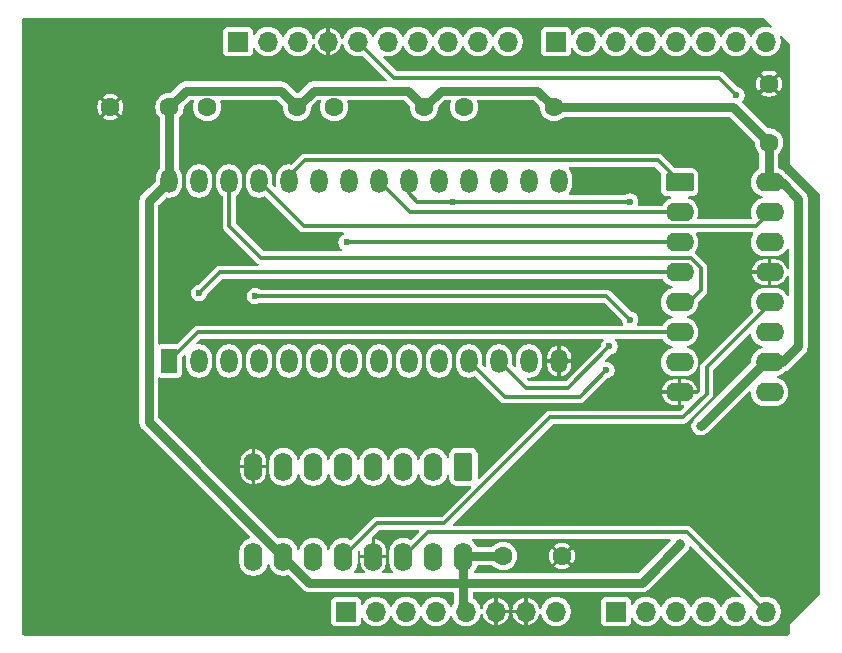
<source format=gbr>
%TF.GenerationSoftware,KiCad,Pcbnew,9.0.7*%
%TF.CreationDate,2026-02-16T17:56:09-05:00*%
%TF.ProjectId,prom-shield,70726f6d-2d73-4686-9965-6c642e6b6963,B*%
%TF.SameCoordinates,PX5f5e100PY5f5e100*%
%TF.FileFunction,Copper,L1,Top*%
%TF.FilePolarity,Positive*%
%FSLAX46Y46*%
G04 Gerber Fmt 4.6, Leading zero omitted, Abs format (unit mm)*
G04 Created by KiCad (PCBNEW 9.0.7) date 2026-02-16 17:56:09*
%MOMM*%
%LPD*%
G01*
G04 APERTURE LIST*
G04 Aperture macros list*
%AMRoundRect*
0 Rectangle with rounded corners*
0 $1 Rounding radius*
0 $2 $3 $4 $5 $6 $7 $8 $9 X,Y pos of 4 corners*
0 Add a 4 corners polygon primitive as box body*
4,1,4,$2,$3,$4,$5,$6,$7,$8,$9,$2,$3,0*
0 Add four circle primitives for the rounded corners*
1,1,$1+$1,$2,$3*
1,1,$1+$1,$4,$5*
1,1,$1+$1,$6,$7*
1,1,$1+$1,$8,$9*
0 Add four rect primitives between the rounded corners*
20,1,$1+$1,$2,$3,$4,$5,0*
20,1,$1+$1,$4,$5,$6,$7,0*
20,1,$1+$1,$6,$7,$8,$9,0*
20,1,$1+$1,$8,$9,$2,$3,0*%
G04 Aperture macros list end*
%TA.AperFunction,ComponentPad*%
%ADD10R,1.700000X1.700000*%
%TD*%
%TA.AperFunction,ComponentPad*%
%ADD11O,1.700000X1.700000*%
%TD*%
%TA.AperFunction,ComponentPad*%
%ADD12C,1.600000*%
%TD*%
%TA.AperFunction,ComponentPad*%
%ADD13R,1.440000X2.000000*%
%TD*%
%TA.AperFunction,ComponentPad*%
%ADD14O,1.440000X2.000000*%
%TD*%
%TA.AperFunction,ComponentPad*%
%ADD15RoundRect,0.250000X-0.550000X0.950000X-0.550000X-0.950000X0.550000X-0.950000X0.550000X0.950000X0*%
%TD*%
%TA.AperFunction,ComponentPad*%
%ADD16O,1.600000X2.400000*%
%TD*%
%TA.AperFunction,ComponentPad*%
%ADD17RoundRect,0.250000X-0.950000X-0.550000X0.950000X-0.550000X0.950000X0.550000X-0.950000X0.550000X0*%
%TD*%
%TA.AperFunction,ComponentPad*%
%ADD18O,2.400000X1.600000*%
%TD*%
%TA.AperFunction,ViaPad*%
%ADD19C,0.800000*%
%TD*%
%TA.AperFunction,ViaPad*%
%ADD20C,0.600000*%
%TD*%
%TA.AperFunction,Conductor*%
%ADD21C,0.500000*%
%TD*%
%TA.AperFunction,Conductor*%
%ADD22C,0.300000*%
%TD*%
%TA.AperFunction,Conductor*%
%ADD23C,0.800000*%
%TD*%
G04 APERTURE END LIST*
D10*
%TO.P,J2,1*%
%TO.N,unconnected-(J2-Pad1)*%
X27940000Y2540000D03*
D11*
%TO.P,J2,2,IOREF*%
%TO.N,unconnected-(J2-IOREF-Pad2)*%
X30480000Y2540000D03*
%TO.P,J2,3,~{RESET}*%
%TO.N,unconnected-(J2-~{RESET}-Pad3)*%
X33020000Y2540000D03*
%TO.P,J2,4,3.3V*%
%TO.N,unconnected-(J2-3.3V-Pad4)*%
X35560000Y2540000D03*
%TO.P,J2,5,5V*%
%TO.N,VCC*%
X38100000Y2540000D03*
%TO.P,J2,6,GND*%
%TO.N,GND*%
X40640000Y2540000D03*
%TO.P,J2,7,GND*%
X43180000Y2540000D03*
%TO.P,J2,8,Vin*%
%TO.N,unconnected-(J2-Vin-Pad8)*%
X45720000Y2540000D03*
%TD*%
D10*
%TO.P,J1,1,A0*%
%TO.N,/~{WE}*%
X50800000Y2540000D03*
D11*
%TO.P,J1,2,A1*%
%TO.N,/~{CE}*%
X53340000Y2540000D03*
%TO.P,J1,3,A2*%
%TO.N,/~{OE}*%
X55880000Y2540000D03*
%TO.P,J1,4,A3*%
%TO.N,/USR_SRCLK*%
X58420000Y2540000D03*
%TO.P,J1,5,A4*%
%TO.N,/LSR_SRCLK*%
X60960000Y2540000D03*
%TO.P,J1,6,A5*%
%TO.N,/SER*%
X63500000Y2540000D03*
%TD*%
D10*
%TO.P,J3,1,SCL*%
%TO.N,unconnected-(J3-SCL-Pad1)*%
X18796000Y50800000D03*
D11*
%TO.P,J3,2,SDA*%
%TO.N,unconnected-(J3-SDA-Pad2)*%
X21336000Y50800000D03*
%TO.P,J3,3,AREF*%
%TO.N,unconnected-(J3-AREF-Pad3)*%
X23876000Y50800000D03*
%TO.P,J3,4,GND*%
%TO.N,GND*%
X26416000Y50800000D03*
%TO.P,J3,5,13*%
%TO.N,/RCLK*%
X28956000Y50800000D03*
%TO.P,J3,6,12*%
%TO.N,unconnected-(J3-12-Pad6)*%
X31496000Y50800000D03*
%TO.P,J3,7,~11*%
%TO.N,unconnected-(J3-~11-Pad7)*%
X34036000Y50800000D03*
%TO.P,J3,8,~10*%
%TO.N,unconnected-(J3-~10-Pad8)*%
X36576000Y50800000D03*
%TO.P,J3,9,~9*%
%TO.N,/D7*%
X39116000Y50800000D03*
%TO.P,J3,10,8*%
%TO.N,/D6*%
X41656000Y50800000D03*
%TD*%
D10*
%TO.P,J4,1,7*%
%TO.N,/D5*%
X45720000Y50800000D03*
D11*
%TO.P,J4,2,~6*%
%TO.N,/D4*%
X48260000Y50800000D03*
%TO.P,J4,3,~5*%
%TO.N,/D3*%
X50800000Y50800000D03*
%TO.P,J4,4,4*%
%TO.N,/D2*%
X53340000Y50800000D03*
%TO.P,J4,5,~3*%
%TO.N,/D1*%
X55880000Y50800000D03*
%TO.P,J4,6,2*%
%TO.N,/D0*%
X58420000Y50800000D03*
%TO.P,J4,7,TX/1*%
%TO.N,unconnected-(J4-TX{slash}1-Pad7)*%
X60960000Y50800000D03*
%TO.P,J4,8,RX/0*%
%TO.N,unconnected-(J4-RX{slash}0-Pad8)*%
X63500000Y50800000D03*
%TD*%
D12*
%TO.P,R1,1*%
%TO.N,VCC*%
X23810000Y45250000D03*
%TO.P,R1,2*%
%TO.N,/~{WE}*%
X16190000Y45250000D03*
%TD*%
D13*
%TO.P,U1,1,A14*%
%TO.N,/A14*%
X12970000Y23760000D03*
D14*
%TO.P,U1,2,A12*%
%TO.N,/A12*%
X15510000Y23760000D03*
%TO.P,U1,3,A7*%
%TO.N,/A7*%
X18050000Y23760000D03*
%TO.P,U1,4,A6*%
%TO.N,/A6*%
X20590000Y23760000D03*
%TO.P,U1,5,A5*%
%TO.N,/A5*%
X23130000Y23760000D03*
%TO.P,U1,6,A4*%
%TO.N,/A4*%
X25670000Y23760000D03*
%TO.P,U1,7,A3*%
%TO.N,/A3*%
X28210000Y23760000D03*
%TO.P,U1,8,A2*%
%TO.N,/A2*%
X30750000Y23760000D03*
%TO.P,U1,9,A1*%
%TO.N,/A1*%
X33290000Y23760000D03*
%TO.P,U1,10,A0*%
%TO.N,/A0*%
X35830000Y23760000D03*
%TO.P,U1,11,D0*%
%TO.N,/D0*%
X38370000Y23760000D03*
%TO.P,U1,12,D1*%
%TO.N,/D1*%
X40910000Y23760000D03*
%TO.P,U1,13,D2*%
%TO.N,/D2*%
X43450000Y23760000D03*
%TO.P,U1,14,GND*%
%TO.N,GND*%
X45990000Y23760000D03*
%TO.P,U1,15,D3*%
%TO.N,/D3*%
X45990000Y39000000D03*
%TO.P,U1,16,D4*%
%TO.N,/D4*%
X43450000Y39000000D03*
%TO.P,U1,17,D5*%
%TO.N,/D5*%
X40910000Y39000000D03*
%TO.P,U1,18,D6*%
%TO.N,/D6*%
X38370000Y39000000D03*
%TO.P,U1,19,D7*%
%TO.N,/D7*%
X35830000Y39000000D03*
%TO.P,U1,20,~{CS}*%
%TO.N,/~{CE}*%
X33290000Y39000000D03*
%TO.P,U1,21,A10*%
%TO.N,/A10*%
X30750000Y39000000D03*
%TO.P,U1,22,~{OE}*%
%TO.N,/~{OE}*%
X28210000Y39000000D03*
%TO.P,U1,23,A11*%
%TO.N,/A11*%
X25670000Y39000000D03*
%TO.P,U1,24,A9*%
%TO.N,/A9*%
X23130000Y39000000D03*
%TO.P,U1,25,A8*%
%TO.N,/A8*%
X20590000Y39000000D03*
%TO.P,U1,26,A13*%
%TO.N,/A13*%
X18050000Y39000000D03*
%TO.P,U1,27,~{WE}*%
%TO.N,/~{WE}*%
X15510000Y39000000D03*
%TO.P,U1,28,VCC*%
%TO.N,VCC*%
X12970000Y39000000D03*
%TD*%
D12*
%TO.P,R3,1*%
%TO.N,VCC*%
X45560000Y45250000D03*
%TO.P,R3,2*%
%TO.N,/~{CE}*%
X37940000Y45250000D03*
%TD*%
%TO.P,C3,1*%
%TO.N,GND*%
X63750000Y47250000D03*
%TO.P,C3,2*%
%TO.N,VCC*%
X63750000Y42250000D03*
%TD*%
%TO.P,R2,1*%
%TO.N,VCC*%
X34560000Y45250000D03*
%TO.P,R2,2*%
%TO.N,/~{OE}*%
X26940000Y45250000D03*
%TD*%
D15*
%TO.P,U2,1,QB*%
%TO.N,/A1*%
X37890000Y14810000D03*
D16*
%TO.P,U2,2,QC*%
%TO.N,/A2*%
X35350000Y14810000D03*
%TO.P,U2,3,QD*%
%TO.N,/A3*%
X32810000Y14810000D03*
%TO.P,U2,4,QE*%
%TO.N,/A4*%
X30270000Y14810000D03*
%TO.P,U2,5,QF*%
%TO.N,/A5*%
X27730000Y14810000D03*
%TO.P,U2,6,QG*%
%TO.N,/A6*%
X25190000Y14810000D03*
%TO.P,U2,7,QH*%
%TO.N,/A7*%
X22650000Y14810000D03*
%TO.P,U2,8,GND*%
%TO.N,GND*%
X20110000Y14810000D03*
%TO.P,U2,9,QH'*%
%TO.N,unconnected-(U2-QH&apos;-Pad9)*%
X20110000Y7190000D03*
%TO.P,U2,10,~{SRCLR}*%
%TO.N,VCC*%
X22650000Y7190000D03*
%TO.P,U2,11,SRCLK*%
%TO.N,/LSR_SRCLK*%
X25190000Y7190000D03*
%TO.P,U2,12,RCLK*%
%TO.N,/RCLK*%
X27730000Y7190000D03*
%TO.P,U2,13,~{OE}*%
%TO.N,GND*%
X30270000Y7190000D03*
%TO.P,U2,14,SER*%
%TO.N,/SER*%
X32810000Y7190000D03*
%TO.P,U2,15,QA*%
%TO.N,/A0*%
X35350000Y7190000D03*
%TO.P,U2,16,VCC*%
%TO.N,VCC*%
X37890000Y7190000D03*
%TD*%
D17*
%TO.P,U3,1,QB*%
%TO.N,/A9*%
X56190000Y38890000D03*
D18*
%TO.P,U3,2,QC*%
%TO.N,/A10*%
X56190000Y36350000D03*
%TO.P,U3,3,QD*%
%TO.N,/A11*%
X56190000Y33810000D03*
%TO.P,U3,4,QE*%
%TO.N,/A12*%
X56190000Y31270000D03*
%TO.P,U3,5,QF*%
%TO.N,/A13*%
X56190000Y28730000D03*
%TO.P,U3,6,QG*%
%TO.N,/A14*%
X56190000Y26190000D03*
%TO.P,U3,7,QH*%
%TO.N,unconnected-(U3-QH-Pad7)*%
X56190000Y23650000D03*
%TO.P,U3,8,GND*%
%TO.N,GND*%
X56190000Y21110000D03*
%TO.P,U3,9,QH'*%
%TO.N,unconnected-(U3-QH&apos;-Pad9)*%
X63810000Y21110000D03*
%TO.P,U3,10,~{SRCLR}*%
%TO.N,VCC*%
X63810000Y23650000D03*
%TO.P,U3,11,SRCLK*%
%TO.N,/USR_SRCLK*%
X63810000Y26190000D03*
%TO.P,U3,12,RCLK*%
%TO.N,/RCLK*%
X63810000Y28730000D03*
%TO.P,U3,13,~{OE}*%
%TO.N,GND*%
X63810000Y31270000D03*
%TO.P,U3,14,SER*%
%TO.N,/SER*%
X63810000Y33810000D03*
%TO.P,U3,15,QA*%
%TO.N,/A8*%
X63810000Y36350000D03*
%TO.P,U3,16,VCC*%
%TO.N,VCC*%
X63810000Y38890000D03*
%TD*%
D12*
%TO.P,C1,1*%
%TO.N,GND*%
X8000000Y45250000D03*
%TO.P,C1,2*%
%TO.N,VCC*%
X13000000Y45250000D03*
%TD*%
%TO.P,C2,1*%
%TO.N,GND*%
X46250000Y7250000D03*
%TO.P,C2,2*%
%TO.N,VCC*%
X41250000Y7250000D03*
%TD*%
D19*
%TO.N,GND*%
X60000000Y30000000D03*
X57750000Y42500000D03*
X17500000Y27500000D03*
X42750000Y27500000D03*
X56250000Y5750000D03*
X7500000Y25000000D03*
X53750000Y39000000D03*
X47750000Y39000000D03*
X62500000Y7500000D03*
X15000000Y10000000D03*
X7500000Y37500000D03*
X48750000Y27500000D03*
X62500000Y17500000D03*
D20*
%TO.N,/~{CE}*%
X37000000Y37250000D03*
X52000000Y37250000D03*
%TO.N,/~{WE}*%
X52000000Y27250000D03*
X20250000Y29250000D03*
%TO.N,/RCLK*%
X61000000Y46250000D03*
%TO.N,/D0*%
X50000000Y23000000D03*
D19*
%TO.N,VCC*%
X56250000Y8250000D03*
X58000000Y18250000D03*
D20*
%TO.N,/D1*%
X50250000Y25000000D03*
%TO.N,/A12*%
X15510000Y29510000D03*
%TO.N,/A11*%
X28000000Y33810000D03*
%TD*%
D21*
%TO.N,GND*%
X48750000Y27500000D02*
X42750000Y27500000D01*
X53750000Y39000000D02*
X47750000Y39000000D01*
D22*
%TO.N,/~{CE}*%
X34000000Y37250000D02*
X33290000Y37960000D01*
X33290000Y37960000D02*
X33290000Y39000000D01*
X37000000Y37250000D02*
X34000000Y37250000D01*
X52000000Y37250000D02*
X37000000Y37250000D01*
%TO.N,/~{WE}*%
X20250000Y29250000D02*
X50000000Y29250000D01*
X50000000Y29250000D02*
X52000000Y27250000D01*
%TO.N,/SER*%
X56790000Y9250000D02*
X34870000Y9250000D01*
X63500000Y2540000D02*
X56790000Y9250000D01*
X34870000Y9250000D02*
X32810000Y7190000D01*
%TO.N,/RCLK*%
X32006000Y47750000D02*
X28956000Y50800000D01*
X58500000Y23250000D02*
X58500000Y21000000D01*
X36250000Y10000000D02*
X30540000Y10000000D01*
X63810000Y28560000D02*
X58500000Y23250000D01*
X61000000Y46250000D02*
X59500000Y47750000D01*
X59500000Y47750000D02*
X32006000Y47750000D01*
X58500000Y21000000D02*
X56500000Y19000000D01*
X63810000Y28730000D02*
X63810000Y28560000D01*
X45250000Y19000000D02*
X36250000Y10000000D01*
X30540000Y10000000D02*
X27730000Y7190000D01*
X56500000Y19000000D02*
X45250000Y19000000D01*
%TO.N,/D0*%
X50000000Y23000000D02*
X47750000Y20750000D01*
X41380000Y20750000D02*
X38370000Y23760000D01*
X47750000Y20750000D02*
X41380000Y20750000D01*
D23*
%TO.N,VCC*%
X37890000Y2750000D02*
X38100000Y2540000D01*
X23810000Y45250000D02*
X25211000Y46651000D01*
X63750000Y42250000D02*
X63750000Y38950000D01*
X37640000Y5000000D02*
X37890000Y4750000D01*
X60750000Y45250000D02*
X63750000Y42250000D01*
X37950000Y7250000D02*
X37890000Y7190000D01*
X45560000Y45250000D02*
X60750000Y45250000D01*
X35961000Y46651000D02*
X44159000Y46651000D01*
X11250000Y18590000D02*
X22650000Y7190000D01*
X38140000Y5000000D02*
X37890000Y4750000D01*
X66250000Y25000000D02*
X64900000Y23650000D01*
X63400000Y23650000D02*
X63810000Y23650000D01*
X13000000Y45250000D02*
X13000000Y39030000D01*
X14401000Y46651000D02*
X22409000Y46651000D01*
X33159000Y46651000D02*
X34560000Y45250000D01*
X22650000Y7190000D02*
X24840000Y5000000D01*
X11250000Y37280000D02*
X11250000Y18590000D01*
X13000000Y45250000D02*
X14401000Y46651000D01*
X53000000Y5000000D02*
X38140000Y5000000D01*
X64900000Y23650000D02*
X63810000Y23650000D01*
X44159000Y46651000D02*
X45560000Y45250000D01*
X63810000Y38890000D02*
X64860000Y38890000D01*
X64860000Y38890000D02*
X66250000Y37500000D01*
X56250000Y8250000D02*
X53000000Y5000000D01*
X41250000Y7250000D02*
X37950000Y7250000D01*
X13000000Y39030000D02*
X12970000Y39000000D01*
X63750000Y38950000D02*
X63810000Y38890000D01*
X66250000Y37500000D02*
X66250000Y25000000D01*
X24840000Y5000000D02*
X37640000Y5000000D01*
X25211000Y46651000D02*
X33159000Y46651000D01*
X22409000Y46651000D02*
X23810000Y45250000D01*
X58000000Y18250000D02*
X63400000Y23650000D01*
X37890000Y4750000D02*
X37890000Y2750000D01*
X12970000Y39000000D02*
X11250000Y37280000D01*
X34560000Y45250000D02*
X35961000Y46651000D01*
X37890000Y7190000D02*
X37890000Y4750000D01*
D22*
%TO.N,/D1*%
X43170000Y21500000D02*
X40910000Y23760000D01*
X46750000Y21500000D02*
X43170000Y21500000D01*
X50250000Y25000000D02*
X46750000Y21500000D01*
%TO.N,/A12*%
X17270000Y31270000D02*
X56190000Y31270000D01*
X15510000Y29510000D02*
X17270000Y31270000D01*
%TO.N,/A13*%
X20750000Y32500000D02*
X18050000Y35200000D01*
X56190000Y28730000D02*
X56980000Y28730000D01*
X18050000Y35200000D02*
X18050000Y39000000D01*
X58000000Y29750000D02*
X58000000Y31625000D01*
X56980000Y28730000D02*
X58000000Y29750000D01*
X57125000Y32500000D02*
X20750000Y32500000D01*
X58000000Y31625000D02*
X57125000Y32500000D01*
%TO.N,/A10*%
X33400000Y36350000D02*
X30750000Y39000000D01*
X56190000Y36350000D02*
X33400000Y36350000D01*
%TO.N,/A8*%
X63810000Y36350000D02*
X62659000Y35199000D01*
X24391000Y35199000D02*
X20590000Y39000000D01*
X62659000Y35199000D02*
X24391000Y35199000D01*
%TO.N,/A9*%
X23130000Y39380000D02*
X24500000Y40750000D01*
X56190000Y38890000D02*
X54330000Y40750000D01*
X54330000Y40750000D02*
X24500000Y40750000D01*
X23130000Y39000000D02*
X23130000Y39380000D01*
%TO.N,/A14*%
X56190000Y26190000D02*
X15400000Y26190000D01*
X15400000Y26190000D02*
X12970000Y23760000D01*
%TO.N,/A11*%
X28000000Y33810000D02*
X56190000Y33810000D01*
%TD*%
%TA.AperFunction,Conductor*%
%TO.N,GND*%
G36*
X29115945Y7700679D02*
G01*
X29159210Y7657414D01*
X29170000Y7612469D01*
X29170000Y7340001D01*
X29170001Y7340000D01*
X29896082Y7340000D01*
X29870000Y7242661D01*
X29870000Y7137339D01*
X29896082Y7040000D01*
X29170001Y7040000D01*
X29170000Y7039999D01*
X29170000Y6703425D01*
X29197084Y6532421D01*
X29250588Y6367752D01*
X29329195Y6213476D01*
X29329197Y6213472D01*
X29430962Y6073404D01*
X29534862Y5969504D01*
X29562639Y5914987D01*
X29553068Y5854555D01*
X29509803Y5811290D01*
X29464858Y5800500D01*
X28677270Y5800500D01*
X28619079Y5819407D01*
X28583115Y5868907D01*
X28583115Y5930093D01*
X28607264Y5969502D01*
X28645690Y6007927D01*
X28756760Y6160801D01*
X28842547Y6329168D01*
X28900940Y6508882D01*
X28900941Y6508887D01*
X28930500Y6695516D01*
X28930500Y7570969D01*
X28932968Y7578567D01*
X28931719Y7586456D01*
X28942243Y7607112D01*
X28949407Y7629160D01*
X28959484Y7640960D01*
X29001000Y7682476D01*
X29055513Y7710250D01*
X29115945Y7700679D01*
G37*
%TD.AperFunction*%
%TA.AperFunction,Conductor*%
G36*
X34110158Y9430593D02*
G01*
X34146122Y9381093D01*
X34146122Y9319907D01*
X34121970Y9280496D01*
X33502668Y8661196D01*
X33448152Y8633419D01*
X33387720Y8642990D01*
X33270832Y8702547D01*
X33091113Y8760942D01*
X32904484Y8790500D01*
X32904481Y8790500D01*
X32715519Y8790500D01*
X32715516Y8790500D01*
X32528886Y8760942D01*
X32349167Y8702547D01*
X32180803Y8616762D01*
X32027928Y8505691D01*
X31894309Y8372072D01*
X31783238Y8219197D01*
X31697453Y8050833D01*
X31639058Y7871114D01*
X31609500Y7684485D01*
X31609500Y6695516D01*
X31639058Y6508887D01*
X31697453Y6329168D01*
X31774942Y6177085D01*
X31783240Y6160801D01*
X31894310Y6007927D01*
X31932735Y5969502D01*
X31960511Y5914987D01*
X31950940Y5854555D01*
X31907675Y5811290D01*
X31862730Y5800500D01*
X31075142Y5800500D01*
X31016951Y5819407D01*
X30980987Y5868907D01*
X30980987Y5930093D01*
X31005138Y5969504D01*
X31109037Y6073404D01*
X31210802Y6213472D01*
X31210804Y6213476D01*
X31289411Y6367752D01*
X31342915Y6532421D01*
X31370000Y6703425D01*
X31370000Y7039999D01*
X31369999Y7040000D01*
X30643918Y7040000D01*
X30670000Y7137339D01*
X30670000Y7242661D01*
X30643918Y7340000D01*
X31369999Y7340000D01*
X31370000Y7340001D01*
X31370000Y7676576D01*
X31342915Y7847580D01*
X31289411Y8012249D01*
X31210804Y8166525D01*
X31210802Y8166529D01*
X31109037Y8306597D01*
X30986596Y8429038D01*
X30846528Y8530803D01*
X30846524Y8530805D01*
X30692248Y8609412D01*
X30527579Y8662916D01*
X30420000Y8679955D01*
X30420000Y7563919D01*
X30322661Y7590000D01*
X30217339Y7590000D01*
X30120000Y7563919D01*
X30120000Y8692317D01*
X30103926Y8718547D01*
X30108726Y8779544D01*
X30130184Y8811660D01*
X30434608Y9116084D01*
X30739030Y9420504D01*
X30793546Y9448281D01*
X30809033Y9449500D01*
X34051967Y9449500D01*
X34110158Y9430593D01*
G37*
%TD.AperFunction*%
%TA.AperFunction,Conductor*%
G36*
X55386605Y8680593D02*
G01*
X55422569Y8631093D01*
X55422569Y8569907D01*
X55398418Y8530496D01*
X52697418Y5829496D01*
X52642901Y5801719D01*
X52627414Y5800500D01*
X38837270Y5800500D01*
X38779079Y5819407D01*
X38743115Y5868907D01*
X38743115Y5930093D01*
X38767264Y5969502D01*
X38805690Y6007927D01*
X38916760Y6160801D01*
X39002547Y6329168D01*
X39019418Y6381093D01*
X39055382Y6430592D01*
X39113572Y6449500D01*
X40311729Y6449500D01*
X40369920Y6430593D01*
X40381732Y6420504D01*
X40429015Y6373222D01*
X40467927Y6334310D01*
X40620801Y6223240D01*
X40789168Y6137453D01*
X40968882Y6079060D01*
X40968883Y6079060D01*
X40968886Y6079059D01*
X41155516Y6049500D01*
X41155519Y6049500D01*
X41344484Y6049500D01*
X41531113Y6079059D01*
X41531114Y6079060D01*
X41531118Y6079060D01*
X41710832Y6137453D01*
X41879199Y6223240D01*
X42032073Y6334310D01*
X42165690Y6467927D01*
X42276760Y6620801D01*
X42362547Y6789168D01*
X42420940Y6968882D01*
X42424668Y6992421D01*
X42450500Y7155516D01*
X42450500Y7336576D01*
X45150000Y7336576D01*
X45150000Y7163425D01*
X45177084Y6992421D01*
X45230588Y6827752D01*
X45309195Y6673476D01*
X45309197Y6673472D01*
X45373219Y6585354D01*
X45879532Y7091668D01*
X45929920Y7004394D01*
X46004394Y6929920D01*
X46091665Y6879535D01*
X45585352Y6373222D01*
X45673477Y6309195D01*
X45827751Y6230589D01*
X45992420Y6177085D01*
X46163425Y6150000D01*
X46336575Y6150000D01*
X46507579Y6177085D01*
X46672248Y6230589D01*
X46826524Y6309196D01*
X46826530Y6309200D01*
X46914646Y6373221D01*
X46914646Y6373222D01*
X46408333Y6879534D01*
X46495606Y6929920D01*
X46570080Y7004394D01*
X46620466Y7091667D01*
X47126778Y6585354D01*
X47126779Y6585354D01*
X47190800Y6673470D01*
X47190804Y6673476D01*
X47269411Y6827752D01*
X47322915Y6992421D01*
X47350000Y7163425D01*
X47350000Y7336576D01*
X47322915Y7507580D01*
X47269411Y7672249D01*
X47190805Y7826523D01*
X47126778Y7914648D01*
X46620465Y7408335D01*
X46570080Y7495606D01*
X46495606Y7570080D01*
X46408332Y7620468D01*
X46914646Y8126781D01*
X46826528Y8190803D01*
X46826524Y8190805D01*
X46672248Y8269412D01*
X46507579Y8322916D01*
X46336575Y8350000D01*
X46163425Y8350000D01*
X45992420Y8322916D01*
X45827751Y8269412D01*
X45673476Y8190805D01*
X45585352Y8126781D01*
X46091666Y7620467D01*
X46004394Y7570080D01*
X45929920Y7495606D01*
X45879533Y7408334D01*
X45373219Y7914648D01*
X45309195Y7826524D01*
X45230588Y7672249D01*
X45177084Y7507580D01*
X45150000Y7336576D01*
X42450500Y7336576D01*
X42450500Y7344485D01*
X42420941Y7531114D01*
X42408280Y7570080D01*
X42362547Y7710832D01*
X42276760Y7879199D01*
X42177002Y8016503D01*
X42166573Y8030858D01*
X42166571Y8030860D01*
X42165691Y8032071D01*
X42165690Y8032073D01*
X42032073Y8165690D01*
X41879199Y8276760D01*
X41879198Y8276761D01*
X41879196Y8276762D01*
X41710832Y8362547D01*
X41531113Y8420942D01*
X41344484Y8450500D01*
X41344481Y8450500D01*
X41155519Y8450500D01*
X41155516Y8450500D01*
X40968886Y8420942D01*
X40789167Y8362547D01*
X40620803Y8276762D01*
X40467924Y8165688D01*
X40381732Y8079496D01*
X40327215Y8051719D01*
X40311729Y8050500D01*
X39063384Y8050500D01*
X39005193Y8069407D01*
X38975174Y8104555D01*
X38916761Y8219197D01*
X38916760Y8219199D01*
X38805690Y8372073D01*
X38672073Y8505690D01*
X38651815Y8520409D01*
X38615852Y8569907D01*
X38615852Y8631093D01*
X38651816Y8680593D01*
X38710007Y8699500D01*
X55328414Y8699500D01*
X55386605Y8680593D01*
G37*
%TD.AperFunction*%
%TA.AperFunction,Conductor*%
G36*
X62355921Y34643655D02*
G01*
X62371601Y34643654D01*
X62384284Y34634439D01*
X62399199Y34629593D01*
X62408417Y34616906D01*
X62421101Y34607690D01*
X62425945Y34592780D01*
X62435163Y34580093D01*
X62435163Y34564411D01*
X62440008Y34549499D01*
X62435163Y34534589D01*
X62435163Y34518907D01*
X62421100Y34491309D01*
X62383243Y34439205D01*
X62383239Y34439199D01*
X62297453Y34270833D01*
X62239058Y34091114D01*
X62209500Y33904485D01*
X62209500Y33715516D01*
X62239058Y33528887D01*
X62297453Y33349168D01*
X62381729Y33183765D01*
X62383240Y33180801D01*
X62494310Y33027927D01*
X62627927Y32894310D01*
X62780801Y32783240D01*
X62949168Y32697453D01*
X63128882Y32639060D01*
X63128883Y32639060D01*
X63128886Y32639059D01*
X63315516Y32609500D01*
X63315519Y32609500D01*
X64304484Y32609500D01*
X64491113Y32639059D01*
X64491114Y32639060D01*
X64491118Y32639060D01*
X64670832Y32697453D01*
X64839199Y32783240D01*
X64992073Y32894310D01*
X65125690Y33027927D01*
X65236760Y33180801D01*
X65262290Y33230908D01*
X65305555Y33274171D01*
X65365987Y33283743D01*
X65420503Y33255966D01*
X65448281Y33201449D01*
X65449500Y33185962D01*
X65449500Y31639948D01*
X65430593Y31581757D01*
X65381093Y31545793D01*
X65319907Y31545793D01*
X65270407Y31581757D01*
X65256345Y31609355D01*
X65229411Y31692249D01*
X65150804Y31846525D01*
X65150802Y31846529D01*
X65049037Y31986597D01*
X64926596Y32109038D01*
X64786528Y32210803D01*
X64786524Y32210805D01*
X64632248Y32289412D01*
X64467579Y32342916D01*
X64296575Y32370000D01*
X63960001Y32370000D01*
X63960000Y32369999D01*
X63960000Y31643919D01*
X63862661Y31670000D01*
X63757339Y31670000D01*
X63660000Y31643919D01*
X63660000Y32369999D01*
X63659999Y32370000D01*
X63323425Y32370000D01*
X63152420Y32342916D01*
X62987751Y32289412D01*
X62833475Y32210805D01*
X62833471Y32210803D01*
X62693403Y32109038D01*
X62570962Y31986597D01*
X62469197Y31846529D01*
X62469195Y31846525D01*
X62390588Y31692249D01*
X62337084Y31527580D01*
X62320045Y31420001D01*
X62320046Y31420000D01*
X63436082Y31420000D01*
X63410000Y31322661D01*
X63410000Y31217339D01*
X63436082Y31120000D01*
X62320045Y31120000D01*
X62337084Y31012421D01*
X62390588Y30847752D01*
X62469195Y30693476D01*
X62469197Y30693472D01*
X62570962Y30553404D01*
X62693403Y30430963D01*
X62833471Y30329198D01*
X62833475Y30329196D01*
X62987751Y30250589D01*
X63152420Y30197085D01*
X63323425Y30170000D01*
X63659999Y30170000D01*
X63660000Y30170001D01*
X63660000Y30896082D01*
X63757339Y30870000D01*
X63862661Y30870000D01*
X63960000Y30896082D01*
X63960000Y30170001D01*
X63960001Y30170000D01*
X64296575Y30170000D01*
X64467579Y30197085D01*
X64632248Y30250589D01*
X64786524Y30329196D01*
X64786528Y30329198D01*
X64926596Y30430963D01*
X65049037Y30553404D01*
X65150802Y30693472D01*
X65150804Y30693476D01*
X65229412Y30847754D01*
X65256345Y30930645D01*
X65292309Y30980145D01*
X65350500Y30999053D01*
X65408690Y30980146D01*
X65444654Y30930646D01*
X65449500Y30900053D01*
X65449500Y29354039D01*
X65430593Y29295848D01*
X65381093Y29259884D01*
X65319907Y29259884D01*
X65270407Y29295848D01*
X65262290Y29309094D01*
X65236761Y29359197D01*
X65206913Y29400279D01*
X65125690Y29512073D01*
X64992073Y29645690D01*
X64839199Y29756760D01*
X64839198Y29756761D01*
X64839196Y29756762D01*
X64670832Y29842547D01*
X64491113Y29900942D01*
X64304484Y29930500D01*
X64304481Y29930500D01*
X63315519Y29930500D01*
X63315516Y29930500D01*
X63128886Y29900942D01*
X62949167Y29842547D01*
X62780803Y29756762D01*
X62627928Y29645691D01*
X62494309Y29512072D01*
X62383238Y29359197D01*
X62297453Y29190833D01*
X62239058Y29011114D01*
X62209500Y28824485D01*
X62209500Y28635516D01*
X62239058Y28448887D01*
X62239060Y28448882D01*
X62297453Y28269168D01*
X62383240Y28100801D01*
X62413087Y28059720D01*
X62431995Y28001532D01*
X62413089Y27943341D01*
X62402999Y27931526D01*
X58059488Y23588013D01*
X58007135Y23497336D01*
X58007136Y23497335D01*
X57987016Y23462487D01*
X57987014Y23462482D01*
X57959913Y23361342D01*
X57959906Y23361313D01*
X57949500Y23322475D01*
X57949500Y23313500D01*
X57949500Y21269033D01*
X57930593Y21210842D01*
X57920504Y21199029D01*
X57710471Y20988996D01*
X57655954Y20961219D01*
X57640467Y20960000D01*
X56563918Y20960000D01*
X56590000Y21057339D01*
X56590000Y21162661D01*
X56563918Y21260000D01*
X57679954Y21260000D01*
X57679954Y21260001D01*
X57662915Y21367580D01*
X57609411Y21532249D01*
X57530804Y21686525D01*
X57530802Y21686529D01*
X57429037Y21826597D01*
X57306596Y21949038D01*
X57166528Y22050803D01*
X57166524Y22050805D01*
X57012248Y22129412D01*
X56847579Y22182916D01*
X56676575Y22210000D01*
X56340001Y22210000D01*
X56340000Y22209999D01*
X56340000Y21483919D01*
X56242661Y21510000D01*
X56137339Y21510000D01*
X56040000Y21483919D01*
X56040000Y22209999D01*
X56039999Y22210000D01*
X55703425Y22210000D01*
X55532420Y22182916D01*
X55367751Y22129412D01*
X55213475Y22050805D01*
X55213471Y22050803D01*
X55073403Y21949038D01*
X54950962Y21826597D01*
X54849197Y21686529D01*
X54849195Y21686525D01*
X54770588Y21532249D01*
X54717084Y21367580D01*
X54700045Y21260001D01*
X54700046Y21260000D01*
X55816082Y21260000D01*
X55790000Y21162661D01*
X55790000Y21057339D01*
X55816082Y20960000D01*
X54700045Y20960000D01*
X54717084Y20852421D01*
X54770588Y20687752D01*
X54849195Y20533476D01*
X54849197Y20533472D01*
X54950962Y20393404D01*
X55073403Y20270963D01*
X55213471Y20169198D01*
X55213475Y20169196D01*
X55367751Y20090589D01*
X55532420Y20037085D01*
X55703425Y20010000D01*
X56039999Y20010000D01*
X56040000Y20010001D01*
X56040000Y20736082D01*
X56137339Y20710000D01*
X56242661Y20710000D01*
X56340000Y20736082D01*
X56340000Y20010001D01*
X56340001Y20010000D01*
X56492467Y20010000D01*
X56550658Y19991093D01*
X56586622Y19941593D01*
X56586622Y19880407D01*
X56562471Y19840997D01*
X56300972Y19579497D01*
X56246455Y19551719D01*
X56230968Y19550500D01*
X45177525Y19550500D01*
X45037515Y19512984D01*
X44911985Y19440510D01*
X39259504Y13788030D01*
X39204987Y13760253D01*
X39144555Y13769824D01*
X39101290Y13813089D01*
X39090500Y13858034D01*
X39090500Y15825689D01*
X39087598Y15862566D01*
X39087598Y15862569D01*
X39041744Y16020398D01*
X38958081Y16161865D01*
X38841865Y16278081D01*
X38700398Y16361744D01*
X38542569Y16407598D01*
X38542568Y16407599D01*
X38542565Y16407599D01*
X38519140Y16409442D01*
X38505694Y16410500D01*
X37274306Y16410500D01*
X37261773Y16409514D01*
X37237434Y16407599D01*
X37237427Y16407597D01*
X37079602Y16361744D01*
X36938136Y16278082D01*
X36821918Y16161864D01*
X36738256Y16020398D01*
X36692403Y15862573D01*
X36692401Y15862566D01*
X36689500Y15825689D01*
X36689500Y15597406D01*
X36670593Y15539215D01*
X36621093Y15503251D01*
X36559907Y15503251D01*
X36510407Y15539215D01*
X36496345Y15566813D01*
X36462547Y15670832D01*
X36376760Y15839199D01*
X36265690Y15992073D01*
X36132073Y16125690D01*
X35979199Y16236760D01*
X35979198Y16236761D01*
X35979196Y16236762D01*
X35810832Y16322547D01*
X35631113Y16380942D01*
X35444484Y16410500D01*
X35444481Y16410500D01*
X35255519Y16410500D01*
X35255516Y16410500D01*
X35068886Y16380942D01*
X34889167Y16322547D01*
X34720803Y16236762D01*
X34567928Y16125691D01*
X34434309Y15992072D01*
X34323238Y15839197D01*
X34237453Y15670833D01*
X34179058Y15491114D01*
X34177781Y15483046D01*
X34150004Y15428529D01*
X34095487Y15400752D01*
X34035055Y15410323D01*
X33991790Y15453588D01*
X33982219Y15483046D01*
X33980941Y15491114D01*
X33980940Y15491118D01*
X33922547Y15670832D01*
X33836760Y15839199D01*
X33725690Y15992073D01*
X33592073Y16125690D01*
X33439199Y16236760D01*
X33439198Y16236761D01*
X33439196Y16236762D01*
X33270832Y16322547D01*
X33091113Y16380942D01*
X32904484Y16410500D01*
X32904481Y16410500D01*
X32715519Y16410500D01*
X32715516Y16410500D01*
X32528886Y16380942D01*
X32349167Y16322547D01*
X32180803Y16236762D01*
X32027928Y16125691D01*
X31894309Y15992072D01*
X31783238Y15839197D01*
X31697453Y15670833D01*
X31639058Y15491114D01*
X31637781Y15483046D01*
X31610004Y15428529D01*
X31555487Y15400752D01*
X31495055Y15410323D01*
X31451790Y15453588D01*
X31442219Y15483046D01*
X31440941Y15491114D01*
X31440940Y15491118D01*
X31382547Y15670832D01*
X31296760Y15839199D01*
X31185690Y15992073D01*
X31052073Y16125690D01*
X30899199Y16236760D01*
X30899198Y16236761D01*
X30899196Y16236762D01*
X30730832Y16322547D01*
X30551113Y16380942D01*
X30364484Y16410500D01*
X30364481Y16410500D01*
X30175519Y16410500D01*
X30175516Y16410500D01*
X29988886Y16380942D01*
X29809167Y16322547D01*
X29640803Y16236762D01*
X29487928Y16125691D01*
X29354309Y15992072D01*
X29243238Y15839197D01*
X29157453Y15670833D01*
X29099058Y15491114D01*
X29097781Y15483046D01*
X29070004Y15428529D01*
X29015487Y15400752D01*
X28955055Y15410323D01*
X28911790Y15453588D01*
X28902219Y15483046D01*
X28900941Y15491114D01*
X28900940Y15491118D01*
X28842547Y15670832D01*
X28756760Y15839199D01*
X28645690Y15992073D01*
X28512073Y16125690D01*
X28359199Y16236760D01*
X28359198Y16236761D01*
X28359196Y16236762D01*
X28190832Y16322547D01*
X28011113Y16380942D01*
X27824484Y16410500D01*
X27824481Y16410500D01*
X27635519Y16410500D01*
X27635516Y16410500D01*
X27448886Y16380942D01*
X27269167Y16322547D01*
X27100803Y16236762D01*
X26947928Y16125691D01*
X26814309Y15992072D01*
X26703238Y15839197D01*
X26617453Y15670833D01*
X26559058Y15491114D01*
X26557781Y15483046D01*
X26530004Y15428529D01*
X26475487Y15400752D01*
X26415055Y15410323D01*
X26371790Y15453588D01*
X26362219Y15483046D01*
X26360941Y15491114D01*
X26360940Y15491118D01*
X26302547Y15670832D01*
X26216760Y15839199D01*
X26105690Y15992073D01*
X25972073Y16125690D01*
X25819199Y16236760D01*
X25819198Y16236761D01*
X25819196Y16236762D01*
X25650832Y16322547D01*
X25471113Y16380942D01*
X25284484Y16410500D01*
X25284481Y16410500D01*
X25095519Y16410500D01*
X25095516Y16410500D01*
X24908886Y16380942D01*
X24729167Y16322547D01*
X24560803Y16236762D01*
X24407928Y16125691D01*
X24274309Y15992072D01*
X24163238Y15839197D01*
X24077453Y15670833D01*
X24019058Y15491114D01*
X24017781Y15483046D01*
X23990004Y15428529D01*
X23935487Y15400752D01*
X23875055Y15410323D01*
X23831790Y15453588D01*
X23822219Y15483046D01*
X23820941Y15491114D01*
X23820940Y15491118D01*
X23762547Y15670832D01*
X23676760Y15839199D01*
X23565690Y15992073D01*
X23432073Y16125690D01*
X23279199Y16236760D01*
X23279198Y16236761D01*
X23279196Y16236762D01*
X23110832Y16322547D01*
X22931113Y16380942D01*
X22744484Y16410500D01*
X22744481Y16410500D01*
X22555519Y16410500D01*
X22555516Y16410500D01*
X22368886Y16380942D01*
X22189167Y16322547D01*
X22020803Y16236762D01*
X21867928Y16125691D01*
X21734309Y15992072D01*
X21623238Y15839197D01*
X21537453Y15670833D01*
X21479058Y15491114D01*
X21449500Y15304485D01*
X21449500Y14315516D01*
X21479058Y14128887D01*
X21537453Y13949168D01*
X21619556Y13788030D01*
X21623240Y13780801D01*
X21734310Y13627927D01*
X21867927Y13494310D01*
X22020801Y13383240D01*
X22189168Y13297453D01*
X22368882Y13239060D01*
X22368883Y13239060D01*
X22368886Y13239059D01*
X22555516Y13209500D01*
X22555519Y13209500D01*
X22744484Y13209500D01*
X22931113Y13239059D01*
X22931114Y13239060D01*
X22931118Y13239060D01*
X23110832Y13297453D01*
X23279199Y13383240D01*
X23432073Y13494310D01*
X23565690Y13627927D01*
X23676760Y13780801D01*
X23762547Y13949168D01*
X23820940Y14128882D01*
X23820941Y14128887D01*
X23822219Y14136954D01*
X23849996Y14191471D01*
X23904512Y14219249D01*
X23964944Y14209678D01*
X24008209Y14166414D01*
X24017781Y14136954D01*
X24019058Y14128887D01*
X24077453Y13949168D01*
X24159556Y13788030D01*
X24163240Y13780801D01*
X24274310Y13627927D01*
X24407927Y13494310D01*
X24560801Y13383240D01*
X24729168Y13297453D01*
X24908882Y13239060D01*
X24908883Y13239060D01*
X24908886Y13239059D01*
X25095516Y13209500D01*
X25095519Y13209500D01*
X25284484Y13209500D01*
X25471113Y13239059D01*
X25471114Y13239060D01*
X25471118Y13239060D01*
X25650832Y13297453D01*
X25819199Y13383240D01*
X25972073Y13494310D01*
X26105690Y13627927D01*
X26216760Y13780801D01*
X26302547Y13949168D01*
X26360940Y14128882D01*
X26360941Y14128887D01*
X26362219Y14136954D01*
X26389996Y14191471D01*
X26444512Y14219249D01*
X26504944Y14209678D01*
X26548209Y14166414D01*
X26557781Y14136954D01*
X26559058Y14128887D01*
X26617453Y13949168D01*
X26699556Y13788030D01*
X26703240Y13780801D01*
X26814310Y13627927D01*
X26947927Y13494310D01*
X27100801Y13383240D01*
X27269168Y13297453D01*
X27448882Y13239060D01*
X27448883Y13239060D01*
X27448886Y13239059D01*
X27635516Y13209500D01*
X27635519Y13209500D01*
X27824484Y13209500D01*
X28011113Y13239059D01*
X28011114Y13239060D01*
X28011118Y13239060D01*
X28190832Y13297453D01*
X28359199Y13383240D01*
X28512073Y13494310D01*
X28645690Y13627927D01*
X28756760Y13780801D01*
X28842547Y13949168D01*
X28900940Y14128882D01*
X28900941Y14128887D01*
X28902219Y14136954D01*
X28929996Y14191471D01*
X28984512Y14219249D01*
X29044944Y14209678D01*
X29088209Y14166414D01*
X29097781Y14136954D01*
X29099058Y14128887D01*
X29157453Y13949168D01*
X29239556Y13788030D01*
X29243240Y13780801D01*
X29354310Y13627927D01*
X29487927Y13494310D01*
X29640801Y13383240D01*
X29809168Y13297453D01*
X29988882Y13239060D01*
X29988883Y13239060D01*
X29988886Y13239059D01*
X30175516Y13209500D01*
X30175519Y13209500D01*
X30364484Y13209500D01*
X30551113Y13239059D01*
X30551114Y13239060D01*
X30551118Y13239060D01*
X30730832Y13297453D01*
X30899199Y13383240D01*
X31052073Y13494310D01*
X31185690Y13627927D01*
X31296760Y13780801D01*
X31382547Y13949168D01*
X31440940Y14128882D01*
X31440941Y14128887D01*
X31442219Y14136954D01*
X31469996Y14191471D01*
X31524512Y14219249D01*
X31584944Y14209678D01*
X31628209Y14166414D01*
X31637781Y14136954D01*
X31639058Y14128887D01*
X31697453Y13949168D01*
X31779556Y13788030D01*
X31783240Y13780801D01*
X31894310Y13627927D01*
X32027927Y13494310D01*
X32180801Y13383240D01*
X32349168Y13297453D01*
X32528882Y13239060D01*
X32528883Y13239060D01*
X32528886Y13239059D01*
X32715516Y13209500D01*
X32715519Y13209500D01*
X32904484Y13209500D01*
X33091113Y13239059D01*
X33091114Y13239060D01*
X33091118Y13239060D01*
X33270832Y13297453D01*
X33439199Y13383240D01*
X33592073Y13494310D01*
X33725690Y13627927D01*
X33836760Y13780801D01*
X33922547Y13949168D01*
X33980940Y14128882D01*
X33980941Y14128887D01*
X33982219Y14136954D01*
X34009996Y14191471D01*
X34064512Y14219249D01*
X34124944Y14209678D01*
X34168209Y14166414D01*
X34177781Y14136954D01*
X34179058Y14128887D01*
X34237453Y13949168D01*
X34319556Y13788030D01*
X34323240Y13780801D01*
X34434310Y13627927D01*
X34567927Y13494310D01*
X34720801Y13383240D01*
X34889168Y13297453D01*
X35068882Y13239060D01*
X35068883Y13239060D01*
X35068886Y13239059D01*
X35255516Y13209500D01*
X35255519Y13209500D01*
X35444484Y13209500D01*
X35631113Y13239059D01*
X35631114Y13239060D01*
X35631118Y13239060D01*
X35810832Y13297453D01*
X35979199Y13383240D01*
X36132073Y13494310D01*
X36265690Y13627927D01*
X36376760Y13780801D01*
X36462547Y13949168D01*
X36496345Y14053189D01*
X36532309Y14102688D01*
X36590500Y14121595D01*
X36648691Y14102688D01*
X36684655Y14053188D01*
X36689500Y14022595D01*
X36689500Y13794312D01*
X36692401Y13757435D01*
X36692401Y13757432D01*
X36692402Y13757431D01*
X36738256Y13599602D01*
X36821919Y13458135D01*
X36938135Y13341919D01*
X37079602Y13258256D01*
X37237431Y13212402D01*
X37274306Y13209500D01*
X37274311Y13209500D01*
X38441966Y13209500D01*
X38500157Y13190593D01*
X38536121Y13141093D01*
X38536121Y13079907D01*
X38511970Y13040496D01*
X36050971Y10579496D01*
X35996454Y10551719D01*
X35980967Y10550500D01*
X30467525Y10550500D01*
X30327515Y10512984D01*
X30201985Y10440510D01*
X28422669Y8661196D01*
X28368152Y8633419D01*
X28307720Y8642990D01*
X28190832Y8702547D01*
X28011113Y8760942D01*
X27824484Y8790500D01*
X27824481Y8790500D01*
X27635519Y8790500D01*
X27635516Y8790500D01*
X27448886Y8760942D01*
X27269167Y8702547D01*
X27100803Y8616762D01*
X26947928Y8505691D01*
X26814309Y8372072D01*
X26703238Y8219197D01*
X26617453Y8050833D01*
X26559058Y7871114D01*
X26557781Y7863046D01*
X26530004Y7808529D01*
X26475487Y7780752D01*
X26415055Y7790323D01*
X26371790Y7833588D01*
X26362219Y7863046D01*
X26360941Y7871114D01*
X26315083Y8012249D01*
X26302547Y8050832D01*
X26216760Y8219199D01*
X26105690Y8372073D01*
X25972073Y8505690D01*
X25819199Y8616760D01*
X25819198Y8616761D01*
X25819196Y8616762D01*
X25650832Y8702547D01*
X25471113Y8760942D01*
X25284484Y8790500D01*
X25284481Y8790500D01*
X25095519Y8790500D01*
X25095516Y8790500D01*
X24908886Y8760942D01*
X24729167Y8702547D01*
X24560803Y8616762D01*
X24407928Y8505691D01*
X24274309Y8372072D01*
X24163238Y8219197D01*
X24077453Y8050833D01*
X24019058Y7871114D01*
X24017781Y7863046D01*
X23990004Y7808529D01*
X23935487Y7780752D01*
X23875055Y7790323D01*
X23831790Y7833588D01*
X23822219Y7863046D01*
X23820941Y7871114D01*
X23775083Y8012249D01*
X23762547Y8050832D01*
X23676760Y8219199D01*
X23565690Y8372073D01*
X23432073Y8505690D01*
X23279199Y8616760D01*
X23279198Y8616761D01*
X23279196Y8616762D01*
X23110832Y8702547D01*
X22931113Y8760942D01*
X22744484Y8790500D01*
X22744481Y8790500D01*
X22555519Y8790500D01*
X22555516Y8790500D01*
X22368884Y8760941D01*
X22307520Y8741003D01*
X22246335Y8741004D01*
X22206924Y8765154D01*
X15675502Y15296576D01*
X19010000Y15296576D01*
X19010000Y14960001D01*
X19010001Y14960000D01*
X19736082Y14960000D01*
X19710000Y14862661D01*
X19710000Y14757339D01*
X19736082Y14660000D01*
X19010001Y14660000D01*
X19010000Y14659999D01*
X19010000Y14323425D01*
X19037084Y14152421D01*
X19090588Y13987752D01*
X19169195Y13833476D01*
X19169197Y13833472D01*
X19270962Y13693404D01*
X19393403Y13570963D01*
X19533471Y13469198D01*
X19533475Y13469196D01*
X19687751Y13390589D01*
X19852419Y13337086D01*
X19959999Y13320047D01*
X19960000Y13320048D01*
X19960000Y14436082D01*
X20057339Y14410000D01*
X20162661Y14410000D01*
X20260000Y14436082D01*
X20260000Y13320047D01*
X20367580Y13337086D01*
X20532248Y13390589D01*
X20686524Y13469196D01*
X20686528Y13469198D01*
X20826596Y13570963D01*
X20949037Y13693404D01*
X21050802Y13833472D01*
X21050804Y13833476D01*
X21129411Y13987752D01*
X21182915Y14152421D01*
X21210000Y14323425D01*
X21210000Y14659999D01*
X21209999Y14660000D01*
X20483918Y14660000D01*
X20510000Y14757339D01*
X20510000Y14862661D01*
X20483918Y14960000D01*
X21209999Y14960000D01*
X21210000Y14960001D01*
X21210000Y15296576D01*
X21182915Y15467580D01*
X21129411Y15632249D01*
X21050804Y15786525D01*
X21050802Y15786529D01*
X20949037Y15926597D01*
X20826596Y16049038D01*
X20686528Y16150803D01*
X20686524Y16150805D01*
X20532248Y16229412D01*
X20367579Y16282916D01*
X20260000Y16299955D01*
X20260000Y15183919D01*
X20162661Y15210000D01*
X20057339Y15210000D01*
X19960000Y15183919D01*
X19960000Y16299954D01*
X19959999Y16299955D01*
X19852420Y16282916D01*
X19687751Y16229412D01*
X19533475Y16150805D01*
X19533471Y16150803D01*
X19393403Y16049038D01*
X19270962Y15926597D01*
X19169197Y15786529D01*
X19169195Y15786525D01*
X19090588Y15632249D01*
X19037084Y15467580D01*
X19010000Y15296576D01*
X15675502Y15296576D01*
X12079496Y18892582D01*
X12051719Y18947099D01*
X12050500Y18962586D01*
X12050500Y22270192D01*
X12069407Y22328383D01*
X12118907Y22364347D01*
X12164985Y22367973D01*
X12218481Y22359500D01*
X13721518Y22359501D01*
X13721521Y22359501D01*
X13721522Y22359502D01*
X13775013Y22367973D01*
X13815299Y22374353D01*
X13815299Y22374354D01*
X13815304Y22374354D01*
X13928342Y22431950D01*
X14018050Y22521658D01*
X14075646Y22634696D01*
X14090500Y22728481D01*
X14090499Y24060969D01*
X14109406Y24119159D01*
X14119489Y24130966D01*
X14225388Y24236865D01*
X14279903Y24264640D01*
X14340335Y24255069D01*
X14383600Y24211804D01*
X14393172Y24151375D01*
X14389500Y24128186D01*
X14389500Y23391812D01*
X14417088Y23217621D01*
X14471592Y23049877D01*
X14527267Y22940607D01*
X14551662Y22892730D01*
X14655330Y22750043D01*
X14780043Y22625330D01*
X14922730Y22521662D01*
X15079877Y22441592D01*
X15247616Y22387090D01*
X15247617Y22387090D01*
X15247620Y22387089D01*
X15421812Y22359500D01*
X15421815Y22359500D01*
X15598188Y22359500D01*
X15772379Y22387089D01*
X15772380Y22387090D01*
X15772384Y22387090D01*
X15940123Y22441592D01*
X16097270Y22521662D01*
X16239957Y22625330D01*
X16364670Y22750043D01*
X16468338Y22892730D01*
X16548408Y23049877D01*
X16602910Y23217616D01*
X16602911Y23217621D01*
X16630500Y23391812D01*
X16630500Y24128189D01*
X16929500Y24128189D01*
X16929500Y23391812D01*
X16957088Y23217621D01*
X17011592Y23049877D01*
X17067267Y22940607D01*
X17091662Y22892730D01*
X17195330Y22750043D01*
X17320043Y22625330D01*
X17462730Y22521662D01*
X17619877Y22441592D01*
X17787616Y22387090D01*
X17787617Y22387090D01*
X17787620Y22387089D01*
X17961812Y22359500D01*
X17961815Y22359500D01*
X18138188Y22359500D01*
X18312379Y22387089D01*
X18312380Y22387090D01*
X18312384Y22387090D01*
X18480123Y22441592D01*
X18637270Y22521662D01*
X18779957Y22625330D01*
X18904670Y22750043D01*
X19008338Y22892730D01*
X19088408Y23049877D01*
X19142910Y23217616D01*
X19142911Y23217621D01*
X19170500Y23391812D01*
X19170500Y24128189D01*
X19469500Y24128189D01*
X19469500Y23391812D01*
X19497088Y23217621D01*
X19551592Y23049877D01*
X19607267Y22940607D01*
X19631662Y22892730D01*
X19735330Y22750043D01*
X19860043Y22625330D01*
X20002730Y22521662D01*
X20159877Y22441592D01*
X20327616Y22387090D01*
X20327617Y22387090D01*
X20327620Y22387089D01*
X20501812Y22359500D01*
X20501815Y22359500D01*
X20678188Y22359500D01*
X20852379Y22387089D01*
X20852380Y22387090D01*
X20852384Y22387090D01*
X21020123Y22441592D01*
X21177270Y22521662D01*
X21319957Y22625330D01*
X21444670Y22750043D01*
X21548338Y22892730D01*
X21628408Y23049877D01*
X21682910Y23217616D01*
X21682911Y23217621D01*
X21710500Y23391812D01*
X21710500Y24128189D01*
X22009500Y24128189D01*
X22009500Y23391812D01*
X22037088Y23217621D01*
X22091592Y23049877D01*
X22147267Y22940607D01*
X22171662Y22892730D01*
X22275330Y22750043D01*
X22400043Y22625330D01*
X22542730Y22521662D01*
X22699877Y22441592D01*
X22867616Y22387090D01*
X22867617Y22387090D01*
X22867620Y22387089D01*
X23041812Y22359500D01*
X23041815Y22359500D01*
X23218188Y22359500D01*
X23392379Y22387089D01*
X23392380Y22387090D01*
X23392384Y22387090D01*
X23560123Y22441592D01*
X23717270Y22521662D01*
X23859957Y22625330D01*
X23984670Y22750043D01*
X24088338Y22892730D01*
X24168408Y23049877D01*
X24222910Y23217616D01*
X24222911Y23217621D01*
X24250500Y23391812D01*
X24250500Y24128189D01*
X24549500Y24128189D01*
X24549500Y23391812D01*
X24577088Y23217621D01*
X24631592Y23049877D01*
X24687267Y22940607D01*
X24711662Y22892730D01*
X24815330Y22750043D01*
X24940043Y22625330D01*
X25082730Y22521662D01*
X25239877Y22441592D01*
X25407616Y22387090D01*
X25407617Y22387090D01*
X25407620Y22387089D01*
X25581812Y22359500D01*
X25581815Y22359500D01*
X25758188Y22359500D01*
X25932379Y22387089D01*
X25932380Y22387090D01*
X25932384Y22387090D01*
X26100123Y22441592D01*
X26257270Y22521662D01*
X26399957Y22625330D01*
X26524670Y22750043D01*
X26628338Y22892730D01*
X26708408Y23049877D01*
X26762910Y23217616D01*
X26762911Y23217621D01*
X26790500Y23391812D01*
X26790500Y24128189D01*
X27089500Y24128189D01*
X27089500Y23391812D01*
X27117088Y23217621D01*
X27171592Y23049877D01*
X27227267Y22940607D01*
X27251662Y22892730D01*
X27355330Y22750043D01*
X27480043Y22625330D01*
X27622730Y22521662D01*
X27779877Y22441592D01*
X27947616Y22387090D01*
X27947617Y22387090D01*
X27947620Y22387089D01*
X28121812Y22359500D01*
X28121815Y22359500D01*
X28298188Y22359500D01*
X28472379Y22387089D01*
X28472380Y22387090D01*
X28472384Y22387090D01*
X28640123Y22441592D01*
X28797270Y22521662D01*
X28939957Y22625330D01*
X29064670Y22750043D01*
X29168338Y22892730D01*
X29248408Y23049877D01*
X29302910Y23217616D01*
X29302911Y23217621D01*
X29330500Y23391812D01*
X29330500Y24128189D01*
X29629500Y24128189D01*
X29629500Y23391812D01*
X29657088Y23217621D01*
X29711592Y23049877D01*
X29767267Y22940607D01*
X29791662Y22892730D01*
X29895330Y22750043D01*
X30020043Y22625330D01*
X30162730Y22521662D01*
X30319877Y22441592D01*
X30487616Y22387090D01*
X30487617Y22387090D01*
X30487620Y22387089D01*
X30661812Y22359500D01*
X30661815Y22359500D01*
X30838188Y22359500D01*
X31012379Y22387089D01*
X31012380Y22387090D01*
X31012384Y22387090D01*
X31180123Y22441592D01*
X31337270Y22521662D01*
X31479957Y22625330D01*
X31604670Y22750043D01*
X31708338Y22892730D01*
X31788408Y23049877D01*
X31842910Y23217616D01*
X31842911Y23217621D01*
X31870500Y23391812D01*
X31870500Y24128189D01*
X32169500Y24128189D01*
X32169500Y23391812D01*
X32197088Y23217621D01*
X32251592Y23049877D01*
X32307267Y22940607D01*
X32331662Y22892730D01*
X32435330Y22750043D01*
X32560043Y22625330D01*
X32702730Y22521662D01*
X32859877Y22441592D01*
X33027616Y22387090D01*
X33027617Y22387090D01*
X33027620Y22387089D01*
X33201812Y22359500D01*
X33201815Y22359500D01*
X33378188Y22359500D01*
X33552379Y22387089D01*
X33552380Y22387090D01*
X33552384Y22387090D01*
X33720123Y22441592D01*
X33877270Y22521662D01*
X34019957Y22625330D01*
X34144670Y22750043D01*
X34248338Y22892730D01*
X34328408Y23049877D01*
X34382910Y23217616D01*
X34382911Y23217621D01*
X34410500Y23391812D01*
X34410500Y24128189D01*
X34709500Y24128189D01*
X34709500Y23391812D01*
X34737088Y23217621D01*
X34791592Y23049877D01*
X34847267Y22940607D01*
X34871662Y22892730D01*
X34975330Y22750043D01*
X35100043Y22625330D01*
X35242730Y22521662D01*
X35399877Y22441592D01*
X35567616Y22387090D01*
X35567617Y22387090D01*
X35567620Y22387089D01*
X35741812Y22359500D01*
X35741815Y22359500D01*
X35918188Y22359500D01*
X36092379Y22387089D01*
X36092380Y22387090D01*
X36092384Y22387090D01*
X36260123Y22441592D01*
X36417270Y22521662D01*
X36559957Y22625330D01*
X36684670Y22750043D01*
X36788338Y22892730D01*
X36868408Y23049877D01*
X36922910Y23217616D01*
X36922911Y23217621D01*
X36950500Y23391812D01*
X36950500Y24128189D01*
X36922911Y24302380D01*
X36922910Y24302384D01*
X36868408Y24470123D01*
X36788338Y24627270D01*
X36684670Y24769957D01*
X36559957Y24894670D01*
X36417270Y24998338D01*
X36417269Y24998339D01*
X36417267Y24998340D01*
X36260123Y25078408D01*
X36092379Y25132912D01*
X35918188Y25160500D01*
X35918185Y25160500D01*
X35741815Y25160500D01*
X35741812Y25160500D01*
X35567620Y25132912D01*
X35399876Y25078408D01*
X35242732Y24998340D01*
X35100044Y24894671D01*
X34975329Y24769956D01*
X34871660Y24627268D01*
X34791592Y24470124D01*
X34737088Y24302380D01*
X34709500Y24128189D01*
X34410500Y24128189D01*
X34382911Y24302380D01*
X34382910Y24302384D01*
X34328408Y24470123D01*
X34248338Y24627270D01*
X34144670Y24769957D01*
X34019957Y24894670D01*
X33877270Y24998338D01*
X33877269Y24998339D01*
X33877267Y24998340D01*
X33720123Y25078408D01*
X33552379Y25132912D01*
X33378188Y25160500D01*
X33378185Y25160500D01*
X33201815Y25160500D01*
X33201812Y25160500D01*
X33027620Y25132912D01*
X32859876Y25078408D01*
X32702732Y24998340D01*
X32560044Y24894671D01*
X32435329Y24769956D01*
X32331660Y24627268D01*
X32251592Y24470124D01*
X32197088Y24302380D01*
X32169500Y24128189D01*
X31870500Y24128189D01*
X31842911Y24302380D01*
X31842910Y24302384D01*
X31788408Y24470123D01*
X31708338Y24627270D01*
X31604670Y24769957D01*
X31479957Y24894670D01*
X31337270Y24998338D01*
X31337269Y24998339D01*
X31337267Y24998340D01*
X31180123Y25078408D01*
X31012379Y25132912D01*
X30838188Y25160500D01*
X30838185Y25160500D01*
X30661815Y25160500D01*
X30661812Y25160500D01*
X30487620Y25132912D01*
X30319876Y25078408D01*
X30162732Y24998340D01*
X30020044Y24894671D01*
X29895329Y24769956D01*
X29791660Y24627268D01*
X29711592Y24470124D01*
X29657088Y24302380D01*
X29629500Y24128189D01*
X29330500Y24128189D01*
X29302911Y24302380D01*
X29302910Y24302384D01*
X29248408Y24470123D01*
X29168338Y24627270D01*
X29064670Y24769957D01*
X28939957Y24894670D01*
X28797270Y24998338D01*
X28797269Y24998339D01*
X28797267Y24998340D01*
X28640123Y25078408D01*
X28472379Y25132912D01*
X28298188Y25160500D01*
X28298185Y25160500D01*
X28121815Y25160500D01*
X28121812Y25160500D01*
X27947620Y25132912D01*
X27779876Y25078408D01*
X27622732Y24998340D01*
X27480044Y24894671D01*
X27355329Y24769956D01*
X27251660Y24627268D01*
X27171592Y24470124D01*
X27117088Y24302380D01*
X27089500Y24128189D01*
X26790500Y24128189D01*
X26762911Y24302380D01*
X26762910Y24302384D01*
X26708408Y24470123D01*
X26628338Y24627270D01*
X26524670Y24769957D01*
X26399957Y24894670D01*
X26257270Y24998338D01*
X26257269Y24998339D01*
X26257267Y24998340D01*
X26100123Y25078408D01*
X25932379Y25132912D01*
X25758188Y25160500D01*
X25758185Y25160500D01*
X25581815Y25160500D01*
X25581812Y25160500D01*
X25407620Y25132912D01*
X25239876Y25078408D01*
X25082732Y24998340D01*
X24940044Y24894671D01*
X24815329Y24769956D01*
X24711660Y24627268D01*
X24631592Y24470124D01*
X24577088Y24302380D01*
X24549500Y24128189D01*
X24250500Y24128189D01*
X24222911Y24302380D01*
X24222910Y24302384D01*
X24168408Y24470123D01*
X24088338Y24627270D01*
X23984670Y24769957D01*
X23859957Y24894670D01*
X23717270Y24998338D01*
X23717269Y24998339D01*
X23717267Y24998340D01*
X23560123Y25078408D01*
X23392379Y25132912D01*
X23218188Y25160500D01*
X23218185Y25160500D01*
X23041815Y25160500D01*
X23041812Y25160500D01*
X22867620Y25132912D01*
X22699876Y25078408D01*
X22542732Y24998340D01*
X22400044Y24894671D01*
X22275329Y24769956D01*
X22171660Y24627268D01*
X22091592Y24470124D01*
X22037088Y24302380D01*
X22009500Y24128189D01*
X21710500Y24128189D01*
X21682911Y24302380D01*
X21682910Y24302384D01*
X21628408Y24470123D01*
X21548338Y24627270D01*
X21444670Y24769957D01*
X21319957Y24894670D01*
X21177270Y24998338D01*
X21177269Y24998339D01*
X21177267Y24998340D01*
X21020123Y25078408D01*
X20852379Y25132912D01*
X20678188Y25160500D01*
X20678185Y25160500D01*
X20501815Y25160500D01*
X20501812Y25160500D01*
X20327620Y25132912D01*
X20159876Y25078408D01*
X20002732Y24998340D01*
X19860044Y24894671D01*
X19735329Y24769956D01*
X19631660Y24627268D01*
X19551592Y24470124D01*
X19497088Y24302380D01*
X19469500Y24128189D01*
X19170500Y24128189D01*
X19142911Y24302380D01*
X19142910Y24302384D01*
X19088408Y24470123D01*
X19008338Y24627270D01*
X18904670Y24769957D01*
X18779957Y24894670D01*
X18637270Y24998338D01*
X18637269Y24998339D01*
X18637267Y24998340D01*
X18480123Y25078408D01*
X18312379Y25132912D01*
X18138188Y25160500D01*
X18138185Y25160500D01*
X17961815Y25160500D01*
X17961812Y25160500D01*
X17787620Y25132912D01*
X17619876Y25078408D01*
X17462732Y24998340D01*
X17320044Y24894671D01*
X17195329Y24769956D01*
X17091660Y24627268D01*
X17011592Y24470124D01*
X16957088Y24302380D01*
X16929500Y24128189D01*
X16630500Y24128189D01*
X16602911Y24302380D01*
X16602910Y24302384D01*
X16548408Y24470123D01*
X16468338Y24627270D01*
X16364670Y24769957D01*
X16239957Y24894670D01*
X16097270Y24998338D01*
X16097269Y24998339D01*
X16097267Y24998340D01*
X15940123Y25078408D01*
X15772379Y25132912D01*
X15598188Y25160500D01*
X15598185Y25160500D01*
X15421815Y25160500D01*
X15421814Y25160500D01*
X15398625Y25156828D01*
X15338193Y25166402D01*
X15294930Y25209668D01*
X15285360Y25270100D01*
X15313138Y25324614D01*
X15361112Y25372587D01*
X15513538Y25525013D01*
X15599030Y25610504D01*
X15653546Y25638281D01*
X15669033Y25639500D01*
X49659836Y25639500D01*
X49718027Y25620593D01*
X49753991Y25571093D01*
X49753991Y25509907D01*
X49729840Y25470496D01*
X49705889Y25446546D01*
X49705885Y25446542D01*
X49629228Y25331818D01*
X49629222Y25331807D01*
X49576420Y25204329D01*
X49557601Y25109723D01*
X49530507Y25059034D01*
X46550971Y22079496D01*
X46496454Y22051719D01*
X46480967Y22050500D01*
X43439032Y22050500D01*
X43380841Y22069407D01*
X43369028Y22079496D01*
X43253137Y22195387D01*
X43225360Y22249904D01*
X43234931Y22310336D01*
X43278196Y22353601D01*
X43338628Y22363172D01*
X43361812Y22359500D01*
X43361815Y22359500D01*
X43538188Y22359500D01*
X43712379Y22387089D01*
X43712380Y22387090D01*
X43712384Y22387090D01*
X43880123Y22441592D01*
X44037270Y22521662D01*
X44179957Y22625330D01*
X44304670Y22750043D01*
X44408338Y22892730D01*
X44488408Y23049877D01*
X44542910Y23217616D01*
X44542911Y23217621D01*
X44570500Y23391812D01*
X44570500Y24128190D01*
X44570238Y24129844D01*
X44570238Y24129845D01*
X44568556Y24140464D01*
X44970000Y24140464D01*
X44970000Y23910001D01*
X44970001Y23910000D01*
X45512555Y23910000D01*
X45490000Y23825826D01*
X45490000Y23694174D01*
X45512555Y23610000D01*
X44970001Y23610000D01*
X44970000Y23609999D01*
X44970000Y23379537D01*
X45009197Y23182479D01*
X45086087Y22996850D01*
X45197715Y22829789D01*
X45197718Y22829785D01*
X45339784Y22687719D01*
X45339788Y22687716D01*
X45506849Y22576088D01*
X45692478Y22499198D01*
X45840000Y22469854D01*
X45840000Y23282555D01*
X45924174Y23260000D01*
X46055826Y23260000D01*
X46140000Y23282555D01*
X46140000Y22469855D01*
X46287521Y22499198D01*
X46473150Y22576088D01*
X46640211Y22687716D01*
X46640215Y22687719D01*
X46782281Y22829785D01*
X46782284Y22829789D01*
X46893912Y22996850D01*
X46970802Y23182479D01*
X47009999Y23379537D01*
X47010000Y23379541D01*
X47010000Y23609999D01*
X47009999Y23610000D01*
X46467445Y23610000D01*
X46490000Y23694174D01*
X46490000Y23825826D01*
X46467445Y23910000D01*
X47009999Y23910000D01*
X47010000Y23910001D01*
X47010000Y24140460D01*
X47009999Y24140464D01*
X46970802Y24337522D01*
X46893912Y24523151D01*
X46782284Y24690212D01*
X46782281Y24690216D01*
X46640215Y24832282D01*
X46640211Y24832285D01*
X46473150Y24943913D01*
X46287526Y25020801D01*
X46287522Y25020802D01*
X46140000Y25050147D01*
X46140000Y24237446D01*
X46055826Y24260000D01*
X45924174Y24260000D01*
X45840000Y24237446D01*
X45840000Y25050147D01*
X45692477Y25020802D01*
X45692473Y25020801D01*
X45506849Y24943913D01*
X45339788Y24832285D01*
X45339784Y24832282D01*
X45197718Y24690216D01*
X45197715Y24690212D01*
X45086087Y24523151D01*
X45009197Y24337522D01*
X44970000Y24140464D01*
X44568556Y24140464D01*
X44542911Y24302380D01*
X44542910Y24302384D01*
X44488408Y24470123D01*
X44408338Y24627270D01*
X44304670Y24769957D01*
X44179957Y24894670D01*
X44037270Y24998338D01*
X44037269Y24998339D01*
X44037267Y24998340D01*
X43880123Y25078408D01*
X43712379Y25132912D01*
X43538188Y25160500D01*
X43538185Y25160500D01*
X43361815Y25160500D01*
X43361812Y25160500D01*
X43187620Y25132912D01*
X43019876Y25078408D01*
X42862732Y24998340D01*
X42720044Y24894671D01*
X42595329Y24769956D01*
X42491660Y24627268D01*
X42411592Y24470124D01*
X42357088Y24302380D01*
X42329500Y24128189D01*
X42329500Y24128186D01*
X42329500Y24128185D01*
X42329500Y23391815D01*
X42329941Y23389029D01*
X42333172Y23368628D01*
X42323599Y23308196D01*
X42280333Y23264932D01*
X42219901Y23255362D01*
X42165386Y23283139D01*
X42059496Y23389029D01*
X42031719Y23443546D01*
X42030500Y23459033D01*
X42030500Y24128189D01*
X42002911Y24302380D01*
X42002910Y24302384D01*
X41948408Y24470123D01*
X41868338Y24627270D01*
X41764670Y24769957D01*
X41639957Y24894670D01*
X41497270Y24998338D01*
X41497269Y24998339D01*
X41497267Y24998340D01*
X41340123Y25078408D01*
X41172379Y25132912D01*
X40998188Y25160500D01*
X40998185Y25160500D01*
X40821815Y25160500D01*
X40821812Y25160500D01*
X40647620Y25132912D01*
X40479876Y25078408D01*
X40322732Y24998340D01*
X40180044Y24894671D01*
X40055329Y24769956D01*
X39951660Y24627268D01*
X39871592Y24470124D01*
X39817088Y24302380D01*
X39789500Y24128189D01*
X39789500Y24128186D01*
X39789500Y24128185D01*
X39789500Y23391815D01*
X39789941Y23389029D01*
X39793172Y23368628D01*
X39783599Y23308196D01*
X39740333Y23264932D01*
X39679901Y23255362D01*
X39625386Y23283139D01*
X39519496Y23389029D01*
X39491719Y23443546D01*
X39490500Y23459033D01*
X39490500Y24128189D01*
X39462911Y24302380D01*
X39462910Y24302384D01*
X39408408Y24470123D01*
X39328338Y24627270D01*
X39224670Y24769957D01*
X39099957Y24894670D01*
X38957270Y24998338D01*
X38957269Y24998339D01*
X38957267Y24998340D01*
X38800123Y25078408D01*
X38632379Y25132912D01*
X38458188Y25160500D01*
X38458185Y25160500D01*
X38281815Y25160500D01*
X38281812Y25160500D01*
X38107620Y25132912D01*
X37939876Y25078408D01*
X37782732Y24998340D01*
X37640044Y24894671D01*
X37515329Y24769956D01*
X37411660Y24627268D01*
X37331592Y24470124D01*
X37277088Y24302380D01*
X37249500Y24128189D01*
X37249500Y23391812D01*
X37277088Y23217621D01*
X37331592Y23049877D01*
X37387267Y22940607D01*
X37411662Y22892730D01*
X37515330Y22750043D01*
X37640043Y22625330D01*
X37782730Y22521662D01*
X37939877Y22441592D01*
X38107616Y22387090D01*
X38107617Y22387090D01*
X38107620Y22387089D01*
X38281812Y22359500D01*
X38281815Y22359500D01*
X38458188Y22359500D01*
X38632385Y22387090D01*
X38676011Y22401266D01*
X38800123Y22441592D01*
X38808742Y22445984D01*
X38869168Y22455560D01*
X38923687Y22427787D01*
X38923694Y22427781D01*
X41041985Y20309490D01*
X41167515Y20237016D01*
X41307525Y20199500D01*
X41307526Y20199500D01*
X47822474Y20199500D01*
X47822475Y20199500D01*
X47962485Y20237016D01*
X48088015Y20309490D01*
X50059032Y22280510D01*
X50109720Y22307602D01*
X50204328Y22326420D01*
X50331811Y22379225D01*
X50446542Y22455886D01*
X50544114Y22553458D01*
X50620775Y22668189D01*
X50673580Y22795672D01*
X50700500Y22931007D01*
X50700500Y23068993D01*
X50673580Y23204328D01*
X50620775Y23331811D01*
X50620774Y23331813D01*
X50620771Y23331818D01*
X50544114Y23446542D01*
X50446541Y23544115D01*
X50331817Y23620772D01*
X50331806Y23620778D01*
X50204328Y23673580D01*
X50068995Y23700500D01*
X50068993Y23700500D01*
X49968032Y23700500D01*
X49909841Y23719407D01*
X49873877Y23768907D01*
X49873877Y23830093D01*
X49898028Y23869503D01*
X50309031Y24280507D01*
X50359720Y24307602D01*
X50454328Y24326420D01*
X50581811Y24379225D01*
X50696542Y24455886D01*
X50794114Y24553458D01*
X50870775Y24668189D01*
X50923580Y24795672D01*
X50950500Y24931007D01*
X50950500Y25068993D01*
X50923580Y25204328D01*
X50904741Y25249809D01*
X50870777Y25331807D01*
X50870771Y25331818D01*
X50794114Y25446542D01*
X50770160Y25470496D01*
X50742383Y25525013D01*
X50751954Y25585445D01*
X50795219Y25628710D01*
X50840164Y25639500D01*
X54662473Y25639500D01*
X54720664Y25620593D01*
X54750682Y25585446D01*
X54763236Y25560807D01*
X54763237Y25560805D01*
X54763238Y25560804D01*
X54763240Y25560801D01*
X54874310Y25407927D01*
X55007927Y25274310D01*
X55160801Y25163240D01*
X55329168Y25077453D01*
X55508882Y25019060D01*
X55508883Y25019060D01*
X55508886Y25019059D01*
X55516954Y25017781D01*
X55571471Y24990004D01*
X55599248Y24935487D01*
X55589677Y24875055D01*
X55546412Y24831790D01*
X55516954Y24822219D01*
X55508886Y24820942D01*
X55329167Y24762547D01*
X55160803Y24676762D01*
X55007928Y24565691D01*
X54874309Y24432072D01*
X54763238Y24279197D01*
X54677453Y24110833D01*
X54619058Y23931114D01*
X54589500Y23744485D01*
X54589500Y23555516D01*
X54619058Y23368887D01*
X54677453Y23189168D01*
X54762641Y23021975D01*
X54763240Y23020801D01*
X54874310Y22867927D01*
X55007927Y22734310D01*
X55160801Y22623240D01*
X55329168Y22537453D01*
X55508882Y22479060D01*
X55508883Y22479060D01*
X55508886Y22479059D01*
X55695516Y22449500D01*
X55695519Y22449500D01*
X56684484Y22449500D01*
X56871113Y22479059D01*
X56871114Y22479060D01*
X56871118Y22479060D01*
X57050832Y22537453D01*
X57219199Y22623240D01*
X57372073Y22734310D01*
X57505690Y22867927D01*
X57616760Y23020801D01*
X57702547Y23189168D01*
X57760940Y23368882D01*
X57790500Y23555519D01*
X57790500Y23744481D01*
X57790500Y23744485D01*
X57760941Y23931114D01*
X57753832Y23952993D01*
X57702547Y24110832D01*
X57616760Y24279199D01*
X57505690Y24432073D01*
X57372073Y24565690D01*
X57219199Y24676760D01*
X57219198Y24676761D01*
X57219196Y24676762D01*
X57050832Y24762547D01*
X56871113Y24820942D01*
X56863046Y24822219D01*
X56808529Y24849996D01*
X56780751Y24904512D01*
X56790322Y24964944D01*
X56833586Y25008209D01*
X56863046Y25017781D01*
X56871113Y25019059D01*
X56871114Y25019060D01*
X56871118Y25019060D01*
X57050832Y25077453D01*
X57219199Y25163240D01*
X57372073Y25274310D01*
X57505690Y25407927D01*
X57616760Y25560801D01*
X57702547Y25729168D01*
X57760940Y25908882D01*
X57783308Y26050107D01*
X57790500Y26095516D01*
X57790500Y26284485D01*
X57760941Y26471114D01*
X57760940Y26471118D01*
X57702547Y26650832D01*
X57616760Y26819199D01*
X57505690Y26972073D01*
X57372073Y27105690D01*
X57219199Y27216760D01*
X57219198Y27216761D01*
X57219196Y27216762D01*
X57050832Y27302547D01*
X56871113Y27360942D01*
X56863046Y27362219D01*
X56808529Y27389996D01*
X56780751Y27444512D01*
X56790322Y27504944D01*
X56833586Y27548209D01*
X56863046Y27557781D01*
X56871113Y27559059D01*
X56871114Y27559060D01*
X56871118Y27559060D01*
X57050832Y27617453D01*
X57219199Y27703240D01*
X57372073Y27814310D01*
X57505690Y27947927D01*
X57616760Y28100801D01*
X57702547Y28269168D01*
X57760940Y28448882D01*
X57776876Y28549500D01*
X57790500Y28635516D01*
X57790500Y28720968D01*
X57809407Y28779159D01*
X57819490Y28790966D01*
X58440510Y29411985D01*
X58512984Y29537515D01*
X58525031Y29582475D01*
X58550500Y29677525D01*
X58550500Y31697475D01*
X58512984Y31837485D01*
X58440510Y31963015D01*
X57510471Y32893054D01*
X57482696Y32947568D01*
X57492267Y33008000D01*
X57503455Y33024743D01*
X57503403Y33024780D01*
X57504369Y33026111D01*
X57505204Y33027359D01*
X57505678Y33027916D01*
X57505690Y33027927D01*
X57616760Y33180801D01*
X57702547Y33349168D01*
X57760940Y33528882D01*
X57773102Y33605672D01*
X57790500Y33715516D01*
X57790500Y33904485D01*
X57760941Y34091114D01*
X57744470Y34141807D01*
X57702547Y34270832D01*
X57616760Y34439199D01*
X57594812Y34469407D01*
X57578900Y34491309D01*
X57559992Y34549499D01*
X57578899Y34607690D01*
X57628399Y34643654D01*
X57658992Y34648500D01*
X62341008Y34648500D01*
X62355921Y34643655D01*
G37*
%TD.AperFunction*%
%TA.AperFunction,Conductor*%
G36*
X15045332Y45831593D02*
G01*
X15081296Y45782093D01*
X15081296Y45720907D01*
X15078605Y45713615D01*
X15077456Y45710842D01*
X15019058Y45531114D01*
X14989500Y45344485D01*
X14989500Y45155516D01*
X15019058Y44968887D01*
X15048830Y44877259D01*
X15077453Y44789168D01*
X15163240Y44620801D01*
X15274310Y44467927D01*
X15407927Y44334310D01*
X15560801Y44223240D01*
X15729168Y44137453D01*
X15908882Y44079060D01*
X15908883Y44079060D01*
X15908886Y44079059D01*
X16095516Y44049500D01*
X16095519Y44049500D01*
X16284484Y44049500D01*
X16471113Y44079059D01*
X16471114Y44079060D01*
X16471118Y44079060D01*
X16650832Y44137453D01*
X16819199Y44223240D01*
X16972073Y44334310D01*
X17105690Y44467927D01*
X17216760Y44620801D01*
X17302547Y44789168D01*
X17360940Y44968882D01*
X17364668Y44992421D01*
X17390500Y45155516D01*
X17390500Y45344485D01*
X17360941Y45531114D01*
X17348280Y45570080D01*
X17302547Y45710832D01*
X17302544Y45710837D01*
X17302543Y45710842D01*
X17301395Y45713615D01*
X17296594Y45774611D01*
X17328564Y45826780D01*
X17385092Y45850195D01*
X17392859Y45850500D01*
X22036414Y45850500D01*
X22094605Y45831593D01*
X22106418Y45821504D01*
X22580504Y45347418D01*
X22608281Y45292901D01*
X22609500Y45277414D01*
X22609500Y45155516D01*
X22639058Y44968887D01*
X22668830Y44877259D01*
X22697453Y44789168D01*
X22783240Y44620801D01*
X22894310Y44467927D01*
X23027927Y44334310D01*
X23180801Y44223240D01*
X23349168Y44137453D01*
X23528882Y44079060D01*
X23528883Y44079060D01*
X23528886Y44079059D01*
X23715516Y44049500D01*
X23715519Y44049500D01*
X23904484Y44049500D01*
X24091113Y44079059D01*
X24091114Y44079060D01*
X24091118Y44079060D01*
X24270832Y44137453D01*
X24439199Y44223240D01*
X24592073Y44334310D01*
X24725690Y44467927D01*
X24836760Y44620801D01*
X24922547Y44789168D01*
X24980940Y44968882D01*
X24984668Y44992421D01*
X25010500Y45155516D01*
X25010500Y45277414D01*
X25029407Y45335605D01*
X25039496Y45347418D01*
X25513582Y45821504D01*
X25520699Y45825131D01*
X25525395Y45831593D01*
X25547443Y45838757D01*
X25568099Y45849281D01*
X25583586Y45850500D01*
X25737141Y45850500D01*
X25795332Y45831593D01*
X25831296Y45782093D01*
X25831296Y45720907D01*
X25828605Y45713615D01*
X25827456Y45710842D01*
X25769058Y45531114D01*
X25739500Y45344485D01*
X25739500Y45155516D01*
X25769058Y44968887D01*
X25798830Y44877259D01*
X25827453Y44789168D01*
X25913240Y44620801D01*
X26024310Y44467927D01*
X26157927Y44334310D01*
X26310801Y44223240D01*
X26479168Y44137453D01*
X26658882Y44079060D01*
X26658883Y44079060D01*
X26658886Y44079059D01*
X26845516Y44049500D01*
X26845519Y44049500D01*
X27034484Y44049500D01*
X27221113Y44079059D01*
X27221114Y44079060D01*
X27221118Y44079060D01*
X27400832Y44137453D01*
X27569199Y44223240D01*
X27722073Y44334310D01*
X27855690Y44467927D01*
X27966760Y44620801D01*
X28052547Y44789168D01*
X28110940Y44968882D01*
X28114668Y44992421D01*
X28140500Y45155516D01*
X28140500Y45344485D01*
X28110941Y45531114D01*
X28098280Y45570080D01*
X28052547Y45710832D01*
X28052544Y45710837D01*
X28052543Y45710842D01*
X28051395Y45713615D01*
X28046594Y45774611D01*
X28078564Y45826780D01*
X28135092Y45850195D01*
X28142859Y45850500D01*
X32786414Y45850500D01*
X32844605Y45831593D01*
X32856418Y45821504D01*
X33330504Y45347418D01*
X33358281Y45292901D01*
X33359500Y45277414D01*
X33359500Y45155516D01*
X33389058Y44968887D01*
X33418830Y44877259D01*
X33447453Y44789168D01*
X33533240Y44620801D01*
X33644310Y44467927D01*
X33777927Y44334310D01*
X33930801Y44223240D01*
X34099168Y44137453D01*
X34278882Y44079060D01*
X34278883Y44079060D01*
X34278886Y44079059D01*
X34465516Y44049500D01*
X34465519Y44049500D01*
X34654484Y44049500D01*
X34841113Y44079059D01*
X34841114Y44079060D01*
X34841118Y44079060D01*
X35020832Y44137453D01*
X35189199Y44223240D01*
X35342073Y44334310D01*
X35475690Y44467927D01*
X35586760Y44620801D01*
X35672547Y44789168D01*
X35730940Y44968882D01*
X35734668Y44992421D01*
X35760500Y45155516D01*
X35760500Y45277414D01*
X35779407Y45335605D01*
X35789496Y45347418D01*
X36263582Y45821504D01*
X36318099Y45849281D01*
X36333586Y45850500D01*
X36737141Y45850500D01*
X36795332Y45831593D01*
X36831296Y45782093D01*
X36831296Y45720907D01*
X36828605Y45713615D01*
X36827456Y45710842D01*
X36769058Y45531114D01*
X36739500Y45344485D01*
X36739500Y45155516D01*
X36769058Y44968887D01*
X36798830Y44877259D01*
X36827453Y44789168D01*
X36913240Y44620801D01*
X37024310Y44467927D01*
X37157927Y44334310D01*
X37310801Y44223240D01*
X37479168Y44137453D01*
X37658882Y44079060D01*
X37658883Y44079060D01*
X37658886Y44079059D01*
X37845516Y44049500D01*
X37845519Y44049500D01*
X38034484Y44049500D01*
X38221113Y44079059D01*
X38221114Y44079060D01*
X38221118Y44079060D01*
X38400832Y44137453D01*
X38569199Y44223240D01*
X38722073Y44334310D01*
X38855690Y44467927D01*
X38966760Y44620801D01*
X39052547Y44789168D01*
X39110940Y44968882D01*
X39114668Y44992421D01*
X39140500Y45155516D01*
X39140500Y45344485D01*
X39110941Y45531114D01*
X39098280Y45570080D01*
X39052547Y45710832D01*
X39052544Y45710837D01*
X39052543Y45710842D01*
X39051395Y45713615D01*
X39046594Y45774611D01*
X39078564Y45826780D01*
X39135092Y45850195D01*
X39142859Y45850500D01*
X43786414Y45850500D01*
X43844605Y45831593D01*
X43856418Y45821504D01*
X44330504Y45347418D01*
X44358281Y45292901D01*
X44359500Y45277414D01*
X44359500Y45155516D01*
X44389058Y44968887D01*
X44418830Y44877259D01*
X44447453Y44789168D01*
X44533240Y44620801D01*
X44644310Y44467927D01*
X44777927Y44334310D01*
X44930801Y44223240D01*
X45099168Y44137453D01*
X45278882Y44079060D01*
X45278883Y44079060D01*
X45278886Y44079059D01*
X45465516Y44049500D01*
X45465519Y44049500D01*
X45654484Y44049500D01*
X45841113Y44079059D01*
X45841114Y44079060D01*
X45841118Y44079060D01*
X46020832Y44137453D01*
X46189199Y44223240D01*
X46342073Y44334310D01*
X46389497Y44381734D01*
X46428268Y44420504D01*
X46482785Y44448281D01*
X46498271Y44449500D01*
X60377414Y44449500D01*
X60435605Y44430593D01*
X60447418Y44420504D01*
X62520504Y42347418D01*
X62548281Y42292901D01*
X62549500Y42277414D01*
X62549500Y42155516D01*
X62579058Y41968887D01*
X62579060Y41968882D01*
X62637453Y41789168D01*
X62723240Y41620801D01*
X62834310Y41467927D01*
X62920505Y41381732D01*
X62948281Y41327217D01*
X62949500Y41311730D01*
X62949500Y40063384D01*
X62930593Y40005193D01*
X62895445Y39975174D01*
X62780803Y39916762D01*
X62627928Y39805691D01*
X62494309Y39672072D01*
X62383238Y39519197D01*
X62297453Y39350833D01*
X62239058Y39171114D01*
X62209500Y38984485D01*
X62209500Y38795516D01*
X62239058Y38608887D01*
X62297453Y38429168D01*
X62376358Y38274306D01*
X62383240Y38260801D01*
X62494310Y38107927D01*
X62627927Y37974310D01*
X62780801Y37863240D01*
X62949168Y37777453D01*
X63128882Y37719060D01*
X63128883Y37719060D01*
X63128886Y37719059D01*
X63136954Y37717781D01*
X63191471Y37690004D01*
X63219248Y37635487D01*
X63209677Y37575055D01*
X63166412Y37531790D01*
X63136954Y37522219D01*
X63128886Y37520942D01*
X62949167Y37462547D01*
X62780803Y37376762D01*
X62627928Y37265691D01*
X62494309Y37132072D01*
X62383238Y36979197D01*
X62297453Y36810833D01*
X62239058Y36631114D01*
X62209500Y36444485D01*
X62209500Y36255516D01*
X62239058Y36068887D01*
X62297456Y35889159D01*
X62298605Y35886385D01*
X62303406Y35825389D01*
X62271436Y35773220D01*
X62214908Y35749805D01*
X62207141Y35749500D01*
X57792859Y35749500D01*
X57734668Y35768407D01*
X57698704Y35817907D01*
X57698704Y35879093D01*
X57701395Y35886385D01*
X57702543Y35889159D01*
X57702544Y35889163D01*
X57702547Y35889168D01*
X57760940Y36068882D01*
X57790500Y36255519D01*
X57790500Y36444481D01*
X57790500Y36444485D01*
X57760941Y36631114D01*
X57760940Y36631118D01*
X57702547Y36810832D01*
X57616760Y36979199D01*
X57505690Y37132073D01*
X57372073Y37265690D01*
X57219199Y37376760D01*
X57219198Y37376761D01*
X57219196Y37376762D01*
X57050832Y37462547D01*
X56946813Y37496345D01*
X56897313Y37532309D01*
X56878406Y37590500D01*
X56897313Y37648691D01*
X56946814Y37684655D01*
X56977406Y37689500D01*
X57205689Y37689500D01*
X57205694Y37689500D01*
X57242569Y37692402D01*
X57400398Y37738256D01*
X57541865Y37821919D01*
X57658081Y37938135D01*
X57741744Y38079602D01*
X57787598Y38237431D01*
X57790500Y38274306D01*
X57790500Y39505694D01*
X57787598Y39542569D01*
X57741744Y39700398D01*
X57658081Y39841865D01*
X57541865Y39958081D01*
X57400398Y40041744D01*
X57242569Y40087598D01*
X57242568Y40087599D01*
X57242565Y40087599D01*
X57219140Y40089442D01*
X57205694Y40090500D01*
X57205689Y40090500D01*
X55809033Y40090500D01*
X55750842Y40109407D01*
X55739029Y40119496D01*
X55284415Y40574110D01*
X54668015Y41190510D01*
X54542485Y41262984D01*
X54402475Y41300500D01*
X24427525Y41300500D01*
X24365790Y41283959D01*
X24287510Y41262983D01*
X24161986Y41190511D01*
X23386615Y40415142D01*
X23332099Y40387365D01*
X23301126Y40387365D01*
X23218189Y40400500D01*
X23218185Y40400500D01*
X23041815Y40400500D01*
X23041812Y40400500D01*
X22867620Y40372912D01*
X22699876Y40318408D01*
X22542732Y40238340D01*
X22400044Y40134671D01*
X22275329Y40009956D01*
X22171660Y39867268D01*
X22091592Y39710124D01*
X22037088Y39542380D01*
X22009500Y39368189D01*
X22009500Y39368185D01*
X22009500Y38631815D01*
X22009941Y38629029D01*
X22013172Y38608628D01*
X22003599Y38548196D01*
X21960333Y38504932D01*
X21899901Y38495362D01*
X21845386Y38523139D01*
X21739496Y38629029D01*
X21711719Y38683546D01*
X21710500Y38699033D01*
X21710500Y39368189D01*
X21682911Y39542380D01*
X21682850Y39542569D01*
X21628408Y39710123D01*
X21548338Y39867270D01*
X21444670Y40009957D01*
X21319957Y40134670D01*
X21177270Y40238338D01*
X21177269Y40238339D01*
X21177267Y40238340D01*
X21020123Y40318408D01*
X20852379Y40372912D01*
X20678188Y40400500D01*
X20678185Y40400500D01*
X20501815Y40400500D01*
X20501812Y40400500D01*
X20327620Y40372912D01*
X20159876Y40318408D01*
X20002732Y40238340D01*
X19860044Y40134671D01*
X19735329Y40009956D01*
X19631660Y39867268D01*
X19551592Y39710124D01*
X19497088Y39542380D01*
X19469500Y39368189D01*
X19469500Y38631812D01*
X19497088Y38457621D01*
X19497090Y38457616D01*
X19551592Y38289877D01*
X19631662Y38132730D01*
X19735330Y37990043D01*
X19860043Y37865330D01*
X20002730Y37761662D01*
X20159877Y37681592D01*
X20327616Y37627090D01*
X20327617Y37627090D01*
X20327620Y37627089D01*
X20501812Y37599500D01*
X20501815Y37599500D01*
X20678188Y37599500D01*
X20852385Y37627090D01*
X20896011Y37641266D01*
X21020123Y37681592D01*
X21028742Y37685984D01*
X21089168Y37695560D01*
X21143687Y37667787D01*
X21143694Y37667781D01*
X24052985Y34758490D01*
X24052987Y34758489D01*
X24176771Y34687022D01*
X24176778Y34687019D01*
X24176783Y34687016D01*
X24178515Y34686016D01*
X24318525Y34648500D01*
X24318526Y34648500D01*
X24463474Y34648500D01*
X27696118Y34648500D01*
X27754309Y34629593D01*
X27790273Y34580093D01*
X27790273Y34518907D01*
X27754309Y34469407D01*
X27734003Y34458036D01*
X27668193Y34430778D01*
X27668182Y34430772D01*
X27553458Y34354115D01*
X27455885Y34256542D01*
X27379228Y34141818D01*
X27379222Y34141807D01*
X27326420Y34014330D01*
X27326420Y34014328D01*
X27299500Y33878996D01*
X27299500Y33741005D01*
X27326420Y33605673D01*
X27326420Y33605671D01*
X27379222Y33478194D01*
X27379228Y33478183D01*
X27455885Y33363459D01*
X27455886Y33363458D01*
X27553458Y33265886D01*
X27604449Y33231815D01*
X27642328Y33183765D01*
X27644730Y33122627D01*
X27610737Y33071753D01*
X27553333Y33050576D01*
X27549447Y33050500D01*
X21019032Y33050500D01*
X20960841Y33069407D01*
X20949028Y33079496D01*
X18629496Y35399029D01*
X18601719Y35453546D01*
X18600500Y35469033D01*
X18600500Y37684504D01*
X18619407Y37742695D01*
X18641307Y37764596D01*
X18779957Y37865330D01*
X18904670Y37990043D01*
X19008338Y38132730D01*
X19088408Y38289877D01*
X19142910Y38457616D01*
X19142911Y38457621D01*
X19170500Y38631812D01*
X19170500Y39368189D01*
X19142911Y39542380D01*
X19142850Y39542569D01*
X19088408Y39710123D01*
X19008338Y39867270D01*
X18904670Y40009957D01*
X18779957Y40134670D01*
X18637270Y40238338D01*
X18637269Y40238339D01*
X18637267Y40238340D01*
X18480123Y40318408D01*
X18312379Y40372912D01*
X18138188Y40400500D01*
X18138185Y40400500D01*
X17961815Y40400500D01*
X17961812Y40400500D01*
X17787620Y40372912D01*
X17619876Y40318408D01*
X17462732Y40238340D01*
X17320044Y40134671D01*
X17195329Y40009956D01*
X17091660Y39867268D01*
X17011592Y39710124D01*
X16957088Y39542380D01*
X16929500Y39368189D01*
X16929500Y38631812D01*
X16957088Y38457621D01*
X16957090Y38457616D01*
X17011592Y38289877D01*
X17091662Y38132730D01*
X17195330Y37990043D01*
X17320043Y37865330D01*
X17458691Y37764596D01*
X17494655Y37715097D01*
X17499500Y37684504D01*
X17499500Y35272474D01*
X17499500Y35127526D01*
X17537016Y34987515D01*
X17609490Y34861985D01*
X20411986Y32059490D01*
X20411988Y32059489D01*
X20505956Y32005236D01*
X20546897Y31959767D01*
X20553293Y31898917D01*
X20522700Y31845929D01*
X20466804Y31821042D01*
X20456456Y31820500D01*
X17197525Y31820500D01*
X17057515Y31782984D01*
X16931985Y31710510D01*
X15450967Y30229493D01*
X15400278Y30202399D01*
X15305671Y30183580D01*
X15178193Y30130778D01*
X15178182Y30130772D01*
X15063458Y30054115D01*
X14965885Y29956542D01*
X14889228Y29841818D01*
X14889222Y29841807D01*
X14836420Y29714330D01*
X14836420Y29714328D01*
X14809500Y29578996D01*
X14809500Y29441005D01*
X14815273Y29411985D01*
X14835739Y29309094D01*
X14836420Y29305673D01*
X14836420Y29305671D01*
X14889222Y29178194D01*
X14889228Y29178183D01*
X14965885Y29063459D01*
X15063458Y28965886D01*
X15178182Y28889229D01*
X15178193Y28889223D01*
X15225283Y28869718D01*
X15305672Y28836420D01*
X15441007Y28809500D01*
X15441008Y28809500D01*
X15578992Y28809500D01*
X15578993Y28809500D01*
X15714328Y28836420D01*
X15841811Y28889225D01*
X15956542Y28965886D01*
X16054114Y29063458D01*
X16130775Y29178189D01*
X16183580Y29305672D01*
X16202398Y29400280D01*
X16229490Y29450967D01*
X17469029Y30690504D01*
X17523546Y30718281D01*
X17539033Y30719500D01*
X54662473Y30719500D01*
X54720664Y30700593D01*
X54750682Y30665446D01*
X54763236Y30640807D01*
X54763237Y30640805D01*
X54763240Y30640801D01*
X54874310Y30487927D01*
X55007927Y30354310D01*
X55160801Y30243240D01*
X55329168Y30157453D01*
X55508882Y30099060D01*
X55508883Y30099060D01*
X55508886Y30099059D01*
X55516954Y30097781D01*
X55571471Y30070004D01*
X55599248Y30015487D01*
X55589677Y29955055D01*
X55546412Y29911790D01*
X55516954Y29902219D01*
X55508886Y29900942D01*
X55329167Y29842547D01*
X55160803Y29756762D01*
X55007928Y29645691D01*
X54874309Y29512072D01*
X54763238Y29359197D01*
X54677453Y29190833D01*
X54619058Y29011114D01*
X54589500Y28824485D01*
X54589500Y28635516D01*
X54619058Y28448887D01*
X54677453Y28269168D01*
X54737709Y28150907D01*
X54763240Y28100801D01*
X54874310Y27947927D01*
X55007927Y27814310D01*
X55160801Y27703240D01*
X55329168Y27617453D01*
X55508882Y27559060D01*
X55508883Y27559060D01*
X55508886Y27559059D01*
X55516954Y27557781D01*
X55571471Y27530004D01*
X55599248Y27475487D01*
X55589677Y27415055D01*
X55546412Y27371790D01*
X55516954Y27362219D01*
X55508886Y27360942D01*
X55329167Y27302547D01*
X55160803Y27216762D01*
X55007928Y27105691D01*
X54874309Y26972072D01*
X54763237Y26819196D01*
X54763236Y26819194D01*
X54750682Y26794554D01*
X54707417Y26751290D01*
X54662473Y26740500D01*
X52687263Y26740500D01*
X52629072Y26759407D01*
X52593108Y26808907D01*
X52593108Y26870093D01*
X52604949Y26894503D01*
X52620770Y26918180D01*
X52620773Y26918187D01*
X52620775Y26918189D01*
X52673580Y27045672D01*
X52700500Y27181007D01*
X52700500Y27318993D01*
X52673580Y27454328D01*
X52642234Y27530004D01*
X52620777Y27581807D01*
X52620771Y27581818D01*
X52544114Y27696542D01*
X52446541Y27794115D01*
X52331817Y27870772D01*
X52331806Y27870778D01*
X52204329Y27923580D01*
X52109721Y27942399D01*
X52059032Y27969493D01*
X51204040Y28824485D01*
X50338015Y29690510D01*
X50212485Y29762984D01*
X50072475Y29800500D01*
X50072474Y29800500D01*
X20717016Y29800500D01*
X20662014Y29817185D01*
X20581817Y29870772D01*
X20581806Y29870778D01*
X20454328Y29923580D01*
X20318995Y29950500D01*
X20318993Y29950500D01*
X20181007Y29950500D01*
X20181004Y29950500D01*
X20045672Y29923580D01*
X20045670Y29923580D01*
X19918193Y29870778D01*
X19918182Y29870772D01*
X19803458Y29794115D01*
X19705885Y29696542D01*
X19629228Y29581818D01*
X19629222Y29581807D01*
X19576420Y29454330D01*
X19576420Y29454328D01*
X19549500Y29318996D01*
X19549500Y29181005D01*
X19576420Y29045673D01*
X19576420Y29045671D01*
X19629222Y28918194D01*
X19629228Y28918183D01*
X19705885Y28803459D01*
X19803458Y28705886D01*
X19918182Y28629229D01*
X19918193Y28629223D01*
X19965283Y28609718D01*
X20045672Y28576420D01*
X20181007Y28549500D01*
X20181008Y28549500D01*
X20318992Y28549500D01*
X20318993Y28549500D01*
X20454328Y28576420D01*
X20581811Y28629225D01*
X20662014Y28682816D01*
X20717016Y28699500D01*
X49730967Y28699500D01*
X49789158Y28680593D01*
X49800971Y28670504D01*
X51280507Y27190968D01*
X51307601Y27140279D01*
X51326420Y27045671D01*
X51379222Y26918194D01*
X51379229Y26918180D01*
X51395051Y26894503D01*
X51411661Y26835615D01*
X51390485Y26778211D01*
X51339611Y26744217D01*
X51312737Y26740500D01*
X15327525Y26740500D01*
X15262935Y26723193D01*
X15198344Y26705886D01*
X15198343Y26705887D01*
X15187519Y26702986D01*
X15187517Y26702986D01*
X15061985Y26630510D01*
X13620970Y25189496D01*
X13566453Y25161719D01*
X13550966Y25160500D01*
X12218483Y25160500D01*
X12164985Y25152027D01*
X12104553Y25161600D01*
X12061289Y25204866D01*
X12050500Y25249809D01*
X12050500Y36907416D01*
X12069407Y36965607D01*
X12079490Y36977414D01*
X12690553Y37588478D01*
X12745068Y37616253D01*
X12776041Y37616253D01*
X12821997Y37608975D01*
X12881813Y37599500D01*
X12881815Y37599500D01*
X13058188Y37599500D01*
X13232379Y37627089D01*
X13232380Y37627090D01*
X13232384Y37627090D01*
X13400123Y37681592D01*
X13557270Y37761662D01*
X13699957Y37865330D01*
X13824670Y37990043D01*
X13928338Y38132730D01*
X14008408Y38289877D01*
X14062910Y38457616D01*
X14062911Y38457621D01*
X14090500Y38631812D01*
X14090500Y39368189D01*
X14389500Y39368189D01*
X14389500Y38631812D01*
X14417088Y38457621D01*
X14417090Y38457616D01*
X14471592Y38289877D01*
X14551662Y38132730D01*
X14655330Y37990043D01*
X14780043Y37865330D01*
X14922730Y37761662D01*
X15079877Y37681592D01*
X15247616Y37627090D01*
X15247617Y37627090D01*
X15247620Y37627089D01*
X15421812Y37599500D01*
X15421815Y37599500D01*
X15598188Y37599500D01*
X15772379Y37627089D01*
X15772380Y37627090D01*
X15772384Y37627090D01*
X15940123Y37681592D01*
X16097270Y37761662D01*
X16239957Y37865330D01*
X16364670Y37990043D01*
X16468338Y38132730D01*
X16548408Y38289877D01*
X16602910Y38457616D01*
X16602911Y38457621D01*
X16630500Y38631812D01*
X16630500Y39368189D01*
X16602911Y39542380D01*
X16602850Y39542569D01*
X16548408Y39710123D01*
X16468338Y39867270D01*
X16364670Y40009957D01*
X16239957Y40134670D01*
X16097270Y40238338D01*
X16097269Y40238339D01*
X16097267Y40238340D01*
X15940123Y40318408D01*
X15772379Y40372912D01*
X15598188Y40400500D01*
X15598185Y40400500D01*
X15421815Y40400500D01*
X15421812Y40400500D01*
X15247620Y40372912D01*
X15079876Y40318408D01*
X14922732Y40238340D01*
X14780044Y40134671D01*
X14655329Y40009956D01*
X14551660Y39867268D01*
X14471592Y39710124D01*
X14417088Y39542380D01*
X14389500Y39368189D01*
X14090500Y39368189D01*
X14062911Y39542380D01*
X14062850Y39542569D01*
X14008408Y39710123D01*
X13928338Y39867270D01*
X13824670Y40009957D01*
X13824667Y40009960D01*
X13824660Y40009970D01*
X13824215Y40010491D01*
X13824126Y40010704D01*
X13822383Y40013104D01*
X13822959Y40013523D01*
X13800805Y40067020D01*
X13800500Y40074780D01*
X13800500Y44311730D01*
X13819407Y44369921D01*
X13829490Y44381728D01*
X13915690Y44467927D01*
X14026760Y44620801D01*
X14112547Y44789168D01*
X14170940Y44968882D01*
X14174668Y44992421D01*
X14200500Y45155516D01*
X14200500Y45277414D01*
X14219407Y45335605D01*
X14229496Y45347418D01*
X14703582Y45821504D01*
X14758099Y45849281D01*
X14773586Y45850500D01*
X14987141Y45850500D01*
X15045332Y45831593D01*
G37*
%TD.AperFunction*%
%TA.AperFunction,Conductor*%
G36*
X54119158Y40180593D02*
G01*
X54130971Y40170504D01*
X54588486Y39712989D01*
X54616263Y39658472D01*
X54613551Y39615365D01*
X54592403Y39542573D01*
X54592401Y39542566D01*
X54590563Y39519199D01*
X54589500Y39505694D01*
X54589500Y38274306D01*
X54590563Y38260804D01*
X54592401Y38237435D01*
X54592401Y38237432D01*
X54592402Y38237431D01*
X54638256Y38079602D01*
X54721919Y37938135D01*
X54838135Y37821919D01*
X54979602Y37738256D01*
X55137431Y37692402D01*
X55174306Y37689500D01*
X55174311Y37689500D01*
X55402594Y37689500D01*
X55460785Y37670593D01*
X55496749Y37621093D01*
X55496749Y37559907D01*
X55460785Y37510407D01*
X55433187Y37496345D01*
X55329167Y37462547D01*
X55160803Y37376762D01*
X55007928Y37265691D01*
X54874309Y37132072D01*
X54763237Y36979196D01*
X54763236Y36979194D01*
X54750682Y36954554D01*
X54707417Y36911290D01*
X54662473Y36900500D01*
X52761611Y36900500D01*
X52703420Y36919407D01*
X52667456Y36968907D01*
X52667456Y37030093D01*
X52670142Y37037374D01*
X52673580Y37045672D01*
X52700500Y37181007D01*
X52700500Y37318993D01*
X52673580Y37454328D01*
X52650351Y37510407D01*
X52620777Y37581807D01*
X52620771Y37581818D01*
X52544114Y37696542D01*
X52446541Y37794115D01*
X52331817Y37870772D01*
X52331806Y37870778D01*
X52204328Y37923580D01*
X52068995Y37950500D01*
X52068993Y37950500D01*
X51931007Y37950500D01*
X51931004Y37950500D01*
X51795672Y37923580D01*
X51795670Y37923580D01*
X51668193Y37870778D01*
X51668182Y37870772D01*
X51587986Y37817185D01*
X51532984Y37800500D01*
X46894134Y37800500D01*
X46835943Y37819407D01*
X46799979Y37868907D01*
X46799979Y37930093D01*
X46824128Y37969502D01*
X46844670Y37990043D01*
X46948338Y38132730D01*
X47028408Y38289877D01*
X47082910Y38457616D01*
X47082911Y38457621D01*
X47110500Y38631812D01*
X47110500Y39368189D01*
X47082911Y39542380D01*
X47082850Y39542569D01*
X47028408Y39710123D01*
X46948338Y39867270D01*
X46844670Y40009957D01*
X46824128Y40030499D01*
X46796353Y40085013D01*
X46805924Y40145445D01*
X46849189Y40188710D01*
X46894134Y40199500D01*
X54060967Y40199500D01*
X54119158Y40180593D01*
G37*
%TD.AperFunction*%
%TA.AperFunction,Conductor*%
G36*
X63309869Y52820593D02*
G01*
X63321682Y52810504D01*
X63974739Y52157447D01*
X64002516Y52102930D01*
X63992945Y52042498D01*
X63949680Y51999233D01*
X63889248Y51989662D01*
X63874143Y51993288D01*
X63792823Y52019710D01*
X63598420Y52050500D01*
X63598417Y52050500D01*
X63401583Y52050500D01*
X63401580Y52050500D01*
X63207178Y52019711D01*
X63019974Y51958884D01*
X62844597Y51869526D01*
X62685355Y51753829D01*
X62546171Y51614645D01*
X62430474Y51455403D01*
X62341114Y51280022D01*
X62341112Y51280019D01*
X62324154Y51227825D01*
X62288190Y51178325D01*
X62229999Y51159418D01*
X62171809Y51178326D01*
X62135846Y51227825D01*
X62118887Y51280019D01*
X62118885Y51280022D01*
X62118884Y51280023D01*
X62118884Y51280025D01*
X62029524Y51455405D01*
X61913828Y51614646D01*
X61774646Y51753828D01*
X61615405Y51869524D01*
X61615404Y51869525D01*
X61615402Y51869526D01*
X61440025Y51958884D01*
X61252821Y52019711D01*
X61058420Y52050500D01*
X61058417Y52050500D01*
X60861583Y52050500D01*
X60861580Y52050500D01*
X60667178Y52019711D01*
X60479974Y51958884D01*
X60304597Y51869526D01*
X60145355Y51753829D01*
X60006171Y51614645D01*
X59890474Y51455403D01*
X59801114Y51280022D01*
X59801112Y51280019D01*
X59784154Y51227825D01*
X59748190Y51178325D01*
X59689999Y51159418D01*
X59631809Y51178326D01*
X59595846Y51227825D01*
X59578887Y51280019D01*
X59578885Y51280022D01*
X59578884Y51280023D01*
X59578884Y51280025D01*
X59489524Y51455405D01*
X59373828Y51614646D01*
X59234646Y51753828D01*
X59075405Y51869524D01*
X59075404Y51869525D01*
X59075402Y51869526D01*
X58900025Y51958884D01*
X58712821Y52019711D01*
X58518420Y52050500D01*
X58518417Y52050500D01*
X58321583Y52050500D01*
X58321580Y52050500D01*
X58127178Y52019711D01*
X57939974Y51958884D01*
X57764597Y51869526D01*
X57605355Y51753829D01*
X57466171Y51614645D01*
X57350474Y51455403D01*
X57261114Y51280022D01*
X57261112Y51280019D01*
X57244154Y51227825D01*
X57208190Y51178325D01*
X57149999Y51159418D01*
X57091809Y51178326D01*
X57055846Y51227825D01*
X57038887Y51280019D01*
X57038885Y51280022D01*
X57038884Y51280023D01*
X57038884Y51280025D01*
X56949524Y51455405D01*
X56833828Y51614646D01*
X56694646Y51753828D01*
X56535405Y51869524D01*
X56535404Y51869525D01*
X56535402Y51869526D01*
X56360025Y51958884D01*
X56172821Y52019711D01*
X55978420Y52050500D01*
X55978417Y52050500D01*
X55781583Y52050500D01*
X55781580Y52050500D01*
X55587178Y52019711D01*
X55399974Y51958884D01*
X55224597Y51869526D01*
X55065355Y51753829D01*
X54926171Y51614645D01*
X54810474Y51455403D01*
X54721114Y51280022D01*
X54721112Y51280019D01*
X54704154Y51227825D01*
X54668190Y51178325D01*
X54609999Y51159418D01*
X54551809Y51178326D01*
X54515846Y51227825D01*
X54498887Y51280019D01*
X54498885Y51280022D01*
X54498884Y51280023D01*
X54498884Y51280025D01*
X54409524Y51455405D01*
X54293828Y51614646D01*
X54154646Y51753828D01*
X53995405Y51869524D01*
X53995404Y51869525D01*
X53995402Y51869526D01*
X53820025Y51958884D01*
X53632821Y52019711D01*
X53438420Y52050500D01*
X53438417Y52050500D01*
X53241583Y52050500D01*
X53241580Y52050500D01*
X53047178Y52019711D01*
X52859974Y51958884D01*
X52684597Y51869526D01*
X52525355Y51753829D01*
X52386171Y51614645D01*
X52270474Y51455403D01*
X52181114Y51280022D01*
X52181112Y51280019D01*
X52164154Y51227825D01*
X52128190Y51178325D01*
X52069999Y51159418D01*
X52011809Y51178326D01*
X51975846Y51227825D01*
X51958887Y51280019D01*
X51958885Y51280022D01*
X51958884Y51280023D01*
X51958884Y51280025D01*
X51869524Y51455405D01*
X51753828Y51614646D01*
X51614646Y51753828D01*
X51455405Y51869524D01*
X51455404Y51869525D01*
X51455402Y51869526D01*
X51280025Y51958884D01*
X51092821Y52019711D01*
X50898420Y52050500D01*
X50898417Y52050500D01*
X50701583Y52050500D01*
X50701580Y52050500D01*
X50507178Y52019711D01*
X50319974Y51958884D01*
X50144597Y51869526D01*
X49985355Y51753829D01*
X49846171Y51614645D01*
X49730474Y51455403D01*
X49641114Y51280022D01*
X49641112Y51280019D01*
X49624154Y51227825D01*
X49588190Y51178325D01*
X49529999Y51159418D01*
X49471809Y51178326D01*
X49435846Y51227825D01*
X49418887Y51280019D01*
X49418885Y51280022D01*
X49418884Y51280023D01*
X49418884Y51280025D01*
X49329524Y51455405D01*
X49213828Y51614646D01*
X49074646Y51753828D01*
X48915405Y51869524D01*
X48915404Y51869525D01*
X48915402Y51869526D01*
X48740025Y51958884D01*
X48552821Y52019711D01*
X48358420Y52050500D01*
X48358417Y52050500D01*
X48161583Y52050500D01*
X48161580Y52050500D01*
X47967178Y52019711D01*
X47779974Y51958884D01*
X47604597Y51869526D01*
X47445355Y51753829D01*
X47306171Y51614645D01*
X47190473Y51455402D01*
X47190469Y51455395D01*
X47157708Y51391097D01*
X47114444Y51347832D01*
X47054012Y51338261D01*
X46999495Y51366039D01*
X46971718Y51420555D01*
X46970499Y51436042D01*
X46970499Y51681522D01*
X46970498Y51681524D01*
X46955647Y51775300D01*
X46955646Y51775302D01*
X46955646Y51775304D01*
X46898050Y51888342D01*
X46808342Y51978050D01*
X46695304Y52035646D01*
X46695305Y52035646D01*
X46601521Y52050500D01*
X44838478Y52050500D01*
X44838476Y52050499D01*
X44744700Y52035648D01*
X44744695Y52035646D01*
X44631659Y51978051D01*
X44541949Y51888341D01*
X44484354Y51775305D01*
X44469500Y51681522D01*
X44469500Y49918479D01*
X44469501Y49918477D01*
X44484352Y49824701D01*
X44484354Y49824696D01*
X44541950Y49711658D01*
X44631658Y49621950D01*
X44744696Y49564354D01*
X44838481Y49549500D01*
X46601518Y49549501D01*
X46601521Y49549501D01*
X46601522Y49549502D01*
X46648411Y49556928D01*
X46695299Y49564353D01*
X46695299Y49564354D01*
X46695304Y49564354D01*
X46808342Y49621950D01*
X46898050Y49711658D01*
X46955646Y49824696D01*
X46970500Y49918481D01*
X46970499Y50163961D01*
X46989406Y50222148D01*
X47038906Y50258112D01*
X47100091Y50258113D01*
X47149591Y50222149D01*
X47157708Y50208903D01*
X47190469Y50144606D01*
X47190473Y50144599D01*
X47190474Y50144598D01*
X47190476Y50144595D01*
X47306172Y49985354D01*
X47445354Y49846172D01*
X47604595Y49730476D01*
X47779975Y49641116D01*
X47967174Y49580291D01*
X47967175Y49580291D01*
X47967178Y49580290D01*
X48161580Y49549500D01*
X48161583Y49549500D01*
X48358420Y49549500D01*
X48552821Y49580290D01*
X48552822Y49580291D01*
X48552826Y49580291D01*
X48740025Y49641116D01*
X48915405Y49730476D01*
X49074646Y49846172D01*
X49213828Y49985354D01*
X49329524Y50144595D01*
X49418884Y50319975D01*
X49435845Y50372177D01*
X49471809Y50421676D01*
X49530000Y50440583D01*
X49588191Y50421676D01*
X49624155Y50372176D01*
X49641116Y50319975D01*
X49730473Y50144599D01*
X49730476Y50144595D01*
X49846172Y49985354D01*
X49985354Y49846172D01*
X50144595Y49730476D01*
X50319975Y49641116D01*
X50507174Y49580291D01*
X50507175Y49580291D01*
X50507178Y49580290D01*
X50701580Y49549500D01*
X50701583Y49549500D01*
X50898420Y49549500D01*
X51092821Y49580290D01*
X51092822Y49580291D01*
X51092826Y49580291D01*
X51280025Y49641116D01*
X51455405Y49730476D01*
X51614646Y49846172D01*
X51753828Y49985354D01*
X51869524Y50144595D01*
X51958884Y50319975D01*
X51975845Y50372177D01*
X52011809Y50421676D01*
X52070000Y50440583D01*
X52128191Y50421676D01*
X52164155Y50372176D01*
X52181116Y50319975D01*
X52270473Y50144599D01*
X52270476Y50144595D01*
X52386172Y49985354D01*
X52525354Y49846172D01*
X52684595Y49730476D01*
X52859975Y49641116D01*
X53047174Y49580291D01*
X53047175Y49580291D01*
X53047178Y49580290D01*
X53241580Y49549500D01*
X53241583Y49549500D01*
X53438420Y49549500D01*
X53632821Y49580290D01*
X53632822Y49580291D01*
X53632826Y49580291D01*
X53820025Y49641116D01*
X53995405Y49730476D01*
X54154646Y49846172D01*
X54293828Y49985354D01*
X54409524Y50144595D01*
X54498884Y50319975D01*
X54515845Y50372177D01*
X54551809Y50421676D01*
X54610000Y50440583D01*
X54668191Y50421676D01*
X54704155Y50372176D01*
X54721116Y50319975D01*
X54810473Y50144599D01*
X54810476Y50144595D01*
X54926172Y49985354D01*
X55065354Y49846172D01*
X55224595Y49730476D01*
X55399975Y49641116D01*
X55587174Y49580291D01*
X55587175Y49580291D01*
X55587178Y49580290D01*
X55781580Y49549500D01*
X55781583Y49549500D01*
X55978420Y49549500D01*
X56172821Y49580290D01*
X56172822Y49580291D01*
X56172826Y49580291D01*
X56360025Y49641116D01*
X56535405Y49730476D01*
X56694646Y49846172D01*
X56833828Y49985354D01*
X56949524Y50144595D01*
X57038884Y50319975D01*
X57055845Y50372177D01*
X57091809Y50421676D01*
X57150000Y50440583D01*
X57208191Y50421676D01*
X57244155Y50372176D01*
X57261116Y50319975D01*
X57350473Y50144599D01*
X57350476Y50144595D01*
X57466172Y49985354D01*
X57605354Y49846172D01*
X57764595Y49730476D01*
X57939975Y49641116D01*
X58127174Y49580291D01*
X58127175Y49580291D01*
X58127178Y49580290D01*
X58321580Y49549500D01*
X58321583Y49549500D01*
X58518420Y49549500D01*
X58712821Y49580290D01*
X58712822Y49580291D01*
X58712826Y49580291D01*
X58900025Y49641116D01*
X59075405Y49730476D01*
X59234646Y49846172D01*
X59373828Y49985354D01*
X59489524Y50144595D01*
X59578884Y50319975D01*
X59595845Y50372177D01*
X59631809Y50421676D01*
X59690000Y50440583D01*
X59748191Y50421676D01*
X59784155Y50372176D01*
X59801116Y50319975D01*
X59890473Y50144599D01*
X59890476Y50144595D01*
X60006172Y49985354D01*
X60145354Y49846172D01*
X60304595Y49730476D01*
X60479975Y49641116D01*
X60667174Y49580291D01*
X60667175Y49580291D01*
X60667178Y49580290D01*
X60861580Y49549500D01*
X60861583Y49549500D01*
X61058420Y49549500D01*
X61252821Y49580290D01*
X61252822Y49580291D01*
X61252826Y49580291D01*
X61440025Y49641116D01*
X61615405Y49730476D01*
X61774646Y49846172D01*
X61913828Y49985354D01*
X62029524Y50144595D01*
X62118884Y50319975D01*
X62135845Y50372177D01*
X62171809Y50421676D01*
X62230000Y50440583D01*
X62288191Y50421676D01*
X62324155Y50372176D01*
X62341116Y50319975D01*
X62430473Y50144599D01*
X62430476Y50144595D01*
X62546172Y49985354D01*
X62685354Y49846172D01*
X62844595Y49730476D01*
X63019975Y49641116D01*
X63207174Y49580291D01*
X63207175Y49580291D01*
X63207178Y49580290D01*
X63401580Y49549500D01*
X63401583Y49549500D01*
X63598420Y49549500D01*
X63792821Y49580290D01*
X63792822Y49580291D01*
X63792826Y49580291D01*
X63980025Y49641116D01*
X64155405Y49730476D01*
X64314646Y49846172D01*
X64453828Y49985354D01*
X64569524Y50144595D01*
X64658884Y50319975D01*
X64719709Y50507174D01*
X64723095Y50528551D01*
X64750500Y50701580D01*
X64750500Y50898421D01*
X64719709Y51092828D01*
X64693288Y51174143D01*
X64693287Y51235328D01*
X64729251Y51284828D01*
X64787442Y51303736D01*
X64845632Y51284829D01*
X64857446Y51274740D01*
X65510504Y50621682D01*
X65538281Y50567165D01*
X65539500Y50551678D01*
X65539500Y40705892D01*
X65539500Y40574108D01*
X65569579Y40461849D01*
X65573609Y40446810D01*
X65639496Y40332691D01*
X65639498Y40332689D01*
X65639500Y40332686D01*
X68050505Y37921681D01*
X68078281Y37867166D01*
X68079500Y37851679D01*
X68079500Y4058322D01*
X68060593Y4000131D01*
X68050504Y3988318D01*
X65732686Y1670500D01*
X65732685Y1670501D01*
X65639500Y1577315D01*
X65639496Y1577310D01*
X65573609Y1463191D01*
X65539500Y1335891D01*
X65539500Y769791D01*
X65538281Y754305D01*
X65538281Y754303D01*
X65529154Y696680D01*
X65519583Y667223D01*
X65496677Y622267D01*
X65478471Y597208D01*
X65442792Y561529D01*
X65417733Y543323D01*
X65372777Y520417D01*
X65343320Y510846D01*
X65314610Y506299D01*
X65285695Y501719D01*
X65270209Y500500D01*
X769791Y500500D01*
X754304Y501719D01*
X696680Y510846D01*
X667222Y520417D01*
X622266Y543323D01*
X597207Y561529D01*
X561528Y597208D01*
X543322Y622267D01*
X520416Y667223D01*
X510846Y696680D01*
X501719Y754305D01*
X500500Y769791D01*
X500500Y37358845D01*
X10449500Y37358845D01*
X10449500Y18511156D01*
X10480263Y18356504D01*
X10480263Y18356502D01*
X10540603Y18210826D01*
X10540609Y18210815D01*
X10567109Y18171156D01*
X10628211Y18079711D01*
X10628214Y18079708D01*
X19803783Y8904139D01*
X19831560Y8849622D01*
X19821989Y8789190D01*
X19778724Y8745925D01*
X19764372Y8739981D01*
X19649174Y8702551D01*
X19649171Y8702549D01*
X19480803Y8616762D01*
X19327928Y8505691D01*
X19194309Y8372072D01*
X19083238Y8219197D01*
X18997453Y8050833D01*
X18939058Y7871114D01*
X18909500Y7684485D01*
X18909500Y6695516D01*
X18939058Y6508887D01*
X18997453Y6329168D01*
X19074942Y6177085D01*
X19083240Y6160801D01*
X19194310Y6007927D01*
X19327927Y5874310D01*
X19480801Y5763240D01*
X19649168Y5677453D01*
X19828882Y5619060D01*
X19828883Y5619060D01*
X19828886Y5619059D01*
X20015516Y5589500D01*
X20015519Y5589500D01*
X20204484Y5589500D01*
X20391113Y5619059D01*
X20391114Y5619060D01*
X20391118Y5619060D01*
X20570832Y5677453D01*
X20739199Y5763240D01*
X20892073Y5874310D01*
X21025690Y6007927D01*
X21136760Y6160801D01*
X21222547Y6329168D01*
X21280940Y6508882D01*
X21280941Y6508887D01*
X21282219Y6516954D01*
X21309996Y6571471D01*
X21364512Y6599249D01*
X21424944Y6589678D01*
X21468209Y6546414D01*
X21477781Y6516954D01*
X21479058Y6508887D01*
X21537453Y6329168D01*
X21614942Y6177085D01*
X21623240Y6160801D01*
X21734310Y6007927D01*
X21867927Y5874310D01*
X22020801Y5763240D01*
X22189168Y5677453D01*
X22368882Y5619060D01*
X22368883Y5619060D01*
X22368886Y5619059D01*
X22555516Y5589500D01*
X22555519Y5589500D01*
X22744484Y5589500D01*
X22884458Y5611670D01*
X22931118Y5619060D01*
X22992477Y5638998D01*
X23053663Y5638998D01*
X23093075Y5614847D01*
X24329711Y4378211D01*
X24460821Y4290606D01*
X24606503Y4230262D01*
X24761158Y4199500D01*
X36990500Y4199500D01*
X37048691Y4180593D01*
X37084655Y4131093D01*
X37089500Y4100500D01*
X37089500Y3308813D01*
X37070593Y3250623D01*
X37030478Y3195409D01*
X37030475Y3195405D01*
X36941114Y3020022D01*
X36941112Y3020019D01*
X36924154Y2967825D01*
X36888190Y2918325D01*
X36829999Y2899418D01*
X36771809Y2918326D01*
X36735846Y2967825D01*
X36718887Y3020019D01*
X36718885Y3020022D01*
X36718884Y3020023D01*
X36718884Y3020025D01*
X36629524Y3195405D01*
X36513828Y3354646D01*
X36374646Y3493828D01*
X36215405Y3609524D01*
X36215404Y3609525D01*
X36215402Y3609526D01*
X36040025Y3698884D01*
X35852821Y3759711D01*
X35658420Y3790500D01*
X35658417Y3790500D01*
X35461583Y3790500D01*
X35461580Y3790500D01*
X35267178Y3759711D01*
X35079974Y3698884D01*
X34904597Y3609526D01*
X34745355Y3493829D01*
X34606171Y3354645D01*
X34490474Y3195403D01*
X34401114Y3020022D01*
X34401112Y3020019D01*
X34384154Y2967825D01*
X34348190Y2918325D01*
X34289999Y2899418D01*
X34231809Y2918326D01*
X34195846Y2967825D01*
X34178887Y3020019D01*
X34178885Y3020022D01*
X34178884Y3020023D01*
X34178884Y3020025D01*
X34089524Y3195405D01*
X33973828Y3354646D01*
X33834646Y3493828D01*
X33675405Y3609524D01*
X33675404Y3609525D01*
X33675402Y3609526D01*
X33500025Y3698884D01*
X33312821Y3759711D01*
X33118420Y3790500D01*
X33118417Y3790500D01*
X32921583Y3790500D01*
X32921580Y3790500D01*
X32727178Y3759711D01*
X32539974Y3698884D01*
X32364597Y3609526D01*
X32205355Y3493829D01*
X32066171Y3354645D01*
X31950474Y3195403D01*
X31861114Y3020022D01*
X31861112Y3020019D01*
X31844154Y2967825D01*
X31808190Y2918325D01*
X31749999Y2899418D01*
X31691809Y2918326D01*
X31655846Y2967825D01*
X31638887Y3020019D01*
X31638885Y3020022D01*
X31638884Y3020023D01*
X31638884Y3020025D01*
X31549524Y3195405D01*
X31433828Y3354646D01*
X31294646Y3493828D01*
X31135405Y3609524D01*
X31135404Y3609525D01*
X31135402Y3609526D01*
X30960025Y3698884D01*
X30772821Y3759711D01*
X30578420Y3790500D01*
X30578417Y3790500D01*
X30381583Y3790500D01*
X30381580Y3790500D01*
X30187178Y3759711D01*
X29999974Y3698884D01*
X29824597Y3609526D01*
X29665355Y3493829D01*
X29526171Y3354645D01*
X29410473Y3195402D01*
X29410469Y3195395D01*
X29377708Y3131097D01*
X29334444Y3087832D01*
X29274012Y3078261D01*
X29219495Y3106039D01*
X29191718Y3160555D01*
X29190499Y3176042D01*
X29190499Y3421522D01*
X29190498Y3421524D01*
X29175647Y3515300D01*
X29175646Y3515302D01*
X29175646Y3515304D01*
X29118050Y3628342D01*
X29028342Y3718050D01*
X28915304Y3775646D01*
X28915305Y3775646D01*
X28821521Y3790500D01*
X27058478Y3790500D01*
X27058476Y3790499D01*
X26964700Y3775648D01*
X26964695Y3775646D01*
X26851659Y3718051D01*
X26761949Y3628341D01*
X26704354Y3515305D01*
X26689500Y3421522D01*
X26689500Y1658479D01*
X26689501Y1658477D01*
X26704352Y1564701D01*
X26704354Y1564696D01*
X26761950Y1451658D01*
X26851658Y1361950D01*
X26964696Y1304354D01*
X27058481Y1289500D01*
X28821518Y1289501D01*
X28821521Y1289501D01*
X28821522Y1289502D01*
X28868411Y1296928D01*
X28915299Y1304353D01*
X28915299Y1304354D01*
X28915304Y1304354D01*
X29028342Y1361950D01*
X29118050Y1451658D01*
X29175646Y1564696D01*
X29190500Y1658481D01*
X29190499Y1903961D01*
X29209406Y1962148D01*
X29258906Y1998112D01*
X29320091Y1998113D01*
X29369591Y1962149D01*
X29377708Y1948903D01*
X29410469Y1884606D01*
X29410473Y1884599D01*
X29410474Y1884598D01*
X29410476Y1884595D01*
X29526172Y1725354D01*
X29665354Y1586172D01*
X29824595Y1470476D01*
X29999975Y1381116D01*
X30187174Y1320291D01*
X30187175Y1320291D01*
X30187178Y1320290D01*
X30381580Y1289500D01*
X30381583Y1289500D01*
X30578420Y1289500D01*
X30772821Y1320290D01*
X30772822Y1320291D01*
X30772826Y1320291D01*
X30960025Y1381116D01*
X31135405Y1470476D01*
X31294646Y1586172D01*
X31433828Y1725354D01*
X31549524Y1884595D01*
X31638884Y2059975D01*
X31655845Y2112177D01*
X31691809Y2161676D01*
X31750000Y2180583D01*
X31808191Y2161676D01*
X31844155Y2112176D01*
X31861116Y2059975D01*
X31950473Y1884599D01*
X31950476Y1884595D01*
X32066172Y1725354D01*
X32205354Y1586172D01*
X32364595Y1470476D01*
X32539975Y1381116D01*
X32727174Y1320291D01*
X32727175Y1320291D01*
X32727178Y1320290D01*
X32921580Y1289500D01*
X32921583Y1289500D01*
X33118420Y1289500D01*
X33312821Y1320290D01*
X33312822Y1320291D01*
X33312826Y1320291D01*
X33500025Y1381116D01*
X33675405Y1470476D01*
X33834646Y1586172D01*
X33973828Y1725354D01*
X34089524Y1884595D01*
X34178884Y2059975D01*
X34195845Y2112177D01*
X34231809Y2161676D01*
X34290000Y2180583D01*
X34348191Y2161676D01*
X34384155Y2112176D01*
X34401116Y2059975D01*
X34490473Y1884599D01*
X34490476Y1884595D01*
X34606172Y1725354D01*
X34745354Y1586172D01*
X34904595Y1470476D01*
X35079975Y1381116D01*
X35267174Y1320291D01*
X35267175Y1320291D01*
X35267178Y1320290D01*
X35461580Y1289500D01*
X35461583Y1289500D01*
X35658420Y1289500D01*
X35852821Y1320290D01*
X35852822Y1320291D01*
X35852826Y1320291D01*
X36040025Y1381116D01*
X36215405Y1470476D01*
X36374646Y1586172D01*
X36513828Y1725354D01*
X36629524Y1884595D01*
X36718884Y2059975D01*
X36735845Y2112177D01*
X36771809Y2161676D01*
X36830000Y2180583D01*
X36888191Y2161676D01*
X36924155Y2112176D01*
X36941116Y2059975D01*
X37030473Y1884599D01*
X37030476Y1884595D01*
X37146172Y1725354D01*
X37285354Y1586172D01*
X37444595Y1470476D01*
X37619975Y1381116D01*
X37807174Y1320291D01*
X37807175Y1320291D01*
X37807178Y1320290D01*
X38001580Y1289500D01*
X38001583Y1289500D01*
X38198420Y1289500D01*
X38392821Y1320290D01*
X38392822Y1320291D01*
X38392826Y1320291D01*
X38580025Y1381116D01*
X38755405Y1470476D01*
X38914646Y1586172D01*
X39053828Y1725354D01*
X39169524Y1884595D01*
X39258884Y2059975D01*
X39319709Y2247174D01*
X39323095Y2268554D01*
X39350870Y2323068D01*
X39405386Y2350848D01*
X39465818Y2341278D01*
X39509084Y2298015D01*
X39516781Y2274341D01*
X39517408Y2274491D01*
X39518314Y2270716D01*
X39574250Y2098560D01*
X39656431Y1937270D01*
X39656433Y1937266D01*
X39762824Y1790831D01*
X39890830Y1662825D01*
X40037265Y1556434D01*
X40037269Y1556432D01*
X40198559Y1474251D01*
X40370710Y1418317D01*
X40490000Y1399423D01*
X40490000Y2062555D01*
X40574174Y2040000D01*
X40705826Y2040000D01*
X40790000Y2062555D01*
X40790000Y1399424D01*
X40909289Y1418317D01*
X41081440Y1474251D01*
X41242730Y1556432D01*
X41242734Y1556434D01*
X41389169Y1662825D01*
X41517175Y1790831D01*
X41623566Y1937266D01*
X41623568Y1937270D01*
X41705749Y2098560D01*
X41761683Y2270711D01*
X41780577Y2390000D01*
X41117445Y2390000D01*
X41140000Y2474174D01*
X41140000Y2605826D01*
X41117445Y2690000D01*
X41780577Y2690000D01*
X42039423Y2690000D01*
X42702555Y2690000D01*
X42680000Y2605826D01*
X42680000Y2474174D01*
X42702555Y2390000D01*
X42039423Y2390000D01*
X42058316Y2270711D01*
X42114250Y2098560D01*
X42196431Y1937270D01*
X42196433Y1937266D01*
X42302824Y1790831D01*
X42430830Y1662825D01*
X42577265Y1556434D01*
X42577269Y1556432D01*
X42738559Y1474251D01*
X42910710Y1418317D01*
X43030000Y1399423D01*
X43030000Y2062555D01*
X43114174Y2040000D01*
X43245826Y2040000D01*
X43330000Y2062555D01*
X43330000Y1399424D01*
X43449289Y1418317D01*
X43621440Y1474251D01*
X43782730Y1556432D01*
X43782734Y1556434D01*
X43929169Y1662825D01*
X44057175Y1790831D01*
X44163566Y1937266D01*
X44163568Y1937270D01*
X44245749Y2098560D01*
X44301685Y2270716D01*
X44302592Y2274491D01*
X44304178Y2274111D01*
X44329105Y2323056D01*
X44383616Y2350845D01*
X44444050Y2341286D01*
X44487323Y2298030D01*
X44496904Y2268555D01*
X44500290Y2247178D01*
X44561116Y2059975D01*
X44650473Y1884599D01*
X44650476Y1884595D01*
X44766172Y1725354D01*
X44905354Y1586172D01*
X45064595Y1470476D01*
X45239975Y1381116D01*
X45427174Y1320291D01*
X45427175Y1320291D01*
X45427178Y1320290D01*
X45621580Y1289500D01*
X45621583Y1289500D01*
X45818420Y1289500D01*
X46012821Y1320290D01*
X46012822Y1320291D01*
X46012826Y1320291D01*
X46200025Y1381116D01*
X46375405Y1470476D01*
X46534646Y1586172D01*
X46673828Y1725354D01*
X46789524Y1884595D01*
X46878884Y2059975D01*
X46939709Y2247174D01*
X46943095Y2268551D01*
X46970500Y2441580D01*
X46970500Y2638421D01*
X46939710Y2832822D01*
X46939709Y2832826D01*
X46878884Y3020025D01*
X46789524Y3195405D01*
X46673828Y3354646D01*
X46534646Y3493828D01*
X46375405Y3609524D01*
X46375404Y3609525D01*
X46375402Y3609526D01*
X46200025Y3698884D01*
X46012821Y3759711D01*
X45818420Y3790500D01*
X45818417Y3790500D01*
X45621583Y3790500D01*
X45621580Y3790500D01*
X45427178Y3759711D01*
X45239974Y3698884D01*
X45064597Y3609526D01*
X44905355Y3493829D01*
X44766171Y3354645D01*
X44650474Y3195403D01*
X44561116Y3020026D01*
X44500289Y2832823D01*
X44496904Y2811446D01*
X44469126Y2756929D01*
X44414609Y2729153D01*
X44354177Y2738725D01*
X44310913Y2781990D01*
X44303223Y2805661D01*
X44302592Y2805509D01*
X44301685Y2809285D01*
X44245749Y2981441D01*
X44163568Y3142731D01*
X44163566Y3142735D01*
X44057175Y3289170D01*
X43929169Y3417176D01*
X43782734Y3523567D01*
X43782730Y3523569D01*
X43621440Y3605750D01*
X43449290Y3661684D01*
X43330000Y3680578D01*
X43330000Y3017446D01*
X43245826Y3040000D01*
X43114174Y3040000D01*
X43030000Y3017446D01*
X43030000Y3680578D01*
X43029999Y3680578D01*
X42910709Y3661684D01*
X42738559Y3605750D01*
X42577269Y3523569D01*
X42577265Y3523567D01*
X42430830Y3417176D01*
X42302824Y3289170D01*
X42196433Y3142735D01*
X42196431Y3142731D01*
X42114250Y2981441D01*
X42058316Y2809290D01*
X42039423Y2690000D01*
X41780577Y2690000D01*
X41761683Y2809290D01*
X41705749Y2981441D01*
X41623568Y3142731D01*
X41623566Y3142735D01*
X41517175Y3289170D01*
X41389169Y3417176D01*
X41242734Y3523567D01*
X41242730Y3523569D01*
X41081440Y3605750D01*
X40909290Y3661684D01*
X40790000Y3680578D01*
X40790000Y3017446D01*
X40705826Y3040000D01*
X40574174Y3040000D01*
X40490000Y3017446D01*
X40490000Y3680578D01*
X40489999Y3680578D01*
X40370709Y3661684D01*
X40198559Y3605750D01*
X40037269Y3523569D01*
X40037265Y3523567D01*
X39890830Y3417176D01*
X39762824Y3289170D01*
X39656433Y3142735D01*
X39656431Y3142731D01*
X39574250Y2981441D01*
X39518314Y2809285D01*
X39517408Y2805509D01*
X39515836Y2805887D01*
X39490847Y2756898D01*
X39436317Y2729146D01*
X39375890Y2738745D01*
X39332645Y2782030D01*
X39323095Y2811446D01*
X39319709Y2832826D01*
X39258884Y3020025D01*
X39169524Y3195405D01*
X39053828Y3354646D01*
X38914646Y3493828D01*
X38782716Y3589681D01*
X38755401Y3609527D01*
X38755398Y3609528D01*
X38744552Y3615055D01*
X38701289Y3658321D01*
X38690500Y3703263D01*
X38690500Y4100500D01*
X38709407Y4158691D01*
X38758907Y4194655D01*
X38789500Y4199500D01*
X53078841Y4199500D01*
X53078842Y4199500D01*
X53233497Y4230263D01*
X53379179Y4290606D01*
X53510289Y4378211D01*
X56871789Y7739711D01*
X56959394Y7870821D01*
X57019737Y8016503D01*
X57020971Y8022707D01*
X57050862Y8076091D01*
X57106425Y8101711D01*
X57166436Y8089779D01*
X57188073Y8073402D01*
X61333164Y3928311D01*
X61360941Y3873794D01*
X61351370Y3813362D01*
X61308105Y3770097D01*
X61247673Y3760526D01*
X61058420Y3790500D01*
X61058417Y3790500D01*
X60861583Y3790500D01*
X60861580Y3790500D01*
X60667178Y3759711D01*
X60479974Y3698884D01*
X60304597Y3609526D01*
X60145355Y3493829D01*
X60006171Y3354645D01*
X59890474Y3195403D01*
X59801114Y3020022D01*
X59801112Y3020019D01*
X59784154Y2967825D01*
X59748190Y2918325D01*
X59689999Y2899418D01*
X59631809Y2918326D01*
X59595846Y2967825D01*
X59578887Y3020019D01*
X59578885Y3020022D01*
X59578884Y3020023D01*
X59578884Y3020025D01*
X59489524Y3195405D01*
X59373828Y3354646D01*
X59234646Y3493828D01*
X59075405Y3609524D01*
X59075404Y3609525D01*
X59075402Y3609526D01*
X58900025Y3698884D01*
X58712821Y3759711D01*
X58518420Y3790500D01*
X58518417Y3790500D01*
X58321583Y3790500D01*
X58321580Y3790500D01*
X58127178Y3759711D01*
X57939974Y3698884D01*
X57764597Y3609526D01*
X57605355Y3493829D01*
X57466171Y3354645D01*
X57350474Y3195403D01*
X57261114Y3020022D01*
X57261112Y3020019D01*
X57244154Y2967825D01*
X57208190Y2918325D01*
X57149999Y2899418D01*
X57091809Y2918326D01*
X57055846Y2967825D01*
X57038887Y3020019D01*
X57038885Y3020022D01*
X57038884Y3020023D01*
X57038884Y3020025D01*
X56949524Y3195405D01*
X56833828Y3354646D01*
X56694646Y3493828D01*
X56535405Y3609524D01*
X56535404Y3609525D01*
X56535402Y3609526D01*
X56360025Y3698884D01*
X56172821Y3759711D01*
X55978420Y3790500D01*
X55978417Y3790500D01*
X55781583Y3790500D01*
X55781580Y3790500D01*
X55587178Y3759711D01*
X55399974Y3698884D01*
X55224597Y3609526D01*
X55065355Y3493829D01*
X54926171Y3354645D01*
X54810474Y3195403D01*
X54721114Y3020022D01*
X54721112Y3020019D01*
X54704154Y2967825D01*
X54668190Y2918325D01*
X54609999Y2899418D01*
X54551809Y2918326D01*
X54515846Y2967825D01*
X54498887Y3020019D01*
X54498885Y3020022D01*
X54498884Y3020023D01*
X54498884Y3020025D01*
X54409524Y3195405D01*
X54293828Y3354646D01*
X54154646Y3493828D01*
X53995405Y3609524D01*
X53995404Y3609525D01*
X53995402Y3609526D01*
X53820025Y3698884D01*
X53632821Y3759711D01*
X53438420Y3790500D01*
X53438417Y3790500D01*
X53241583Y3790500D01*
X53241580Y3790500D01*
X53047178Y3759711D01*
X52859974Y3698884D01*
X52684597Y3609526D01*
X52525355Y3493829D01*
X52386171Y3354645D01*
X52270473Y3195402D01*
X52270469Y3195395D01*
X52237708Y3131097D01*
X52194444Y3087832D01*
X52134012Y3078261D01*
X52079495Y3106039D01*
X52051718Y3160555D01*
X52050499Y3176042D01*
X52050499Y3421522D01*
X52050498Y3421524D01*
X52035647Y3515300D01*
X52035646Y3515302D01*
X52035646Y3515304D01*
X51978050Y3628342D01*
X51888342Y3718050D01*
X51775304Y3775646D01*
X51775305Y3775646D01*
X51681521Y3790500D01*
X49918478Y3790500D01*
X49918476Y3790499D01*
X49824700Y3775648D01*
X49824695Y3775646D01*
X49711659Y3718051D01*
X49621949Y3628341D01*
X49564354Y3515305D01*
X49549500Y3421522D01*
X49549500Y1658479D01*
X49549501Y1658477D01*
X49564352Y1564701D01*
X49564354Y1564696D01*
X49621950Y1451658D01*
X49711658Y1361950D01*
X49824696Y1304354D01*
X49918481Y1289500D01*
X51681518Y1289501D01*
X51681521Y1289501D01*
X51681522Y1289502D01*
X51728411Y1296928D01*
X51775299Y1304353D01*
X51775299Y1304354D01*
X51775304Y1304354D01*
X51888342Y1361950D01*
X51978050Y1451658D01*
X52035646Y1564696D01*
X52050500Y1658481D01*
X52050499Y1903961D01*
X52069406Y1962148D01*
X52118906Y1998112D01*
X52180091Y1998113D01*
X52229591Y1962149D01*
X52237708Y1948903D01*
X52270469Y1884606D01*
X52270473Y1884599D01*
X52270474Y1884598D01*
X52270476Y1884595D01*
X52386172Y1725354D01*
X52525354Y1586172D01*
X52684595Y1470476D01*
X52859975Y1381116D01*
X53047174Y1320291D01*
X53047175Y1320291D01*
X53047178Y1320290D01*
X53241580Y1289500D01*
X53241583Y1289500D01*
X53438420Y1289500D01*
X53632821Y1320290D01*
X53632822Y1320291D01*
X53632826Y1320291D01*
X53820025Y1381116D01*
X53995405Y1470476D01*
X54154646Y1586172D01*
X54293828Y1725354D01*
X54409524Y1884595D01*
X54498884Y2059975D01*
X54515845Y2112177D01*
X54551809Y2161676D01*
X54610000Y2180583D01*
X54668191Y2161676D01*
X54704155Y2112176D01*
X54721116Y2059975D01*
X54810473Y1884599D01*
X54810476Y1884595D01*
X54926172Y1725354D01*
X55065354Y1586172D01*
X55224595Y1470476D01*
X55399975Y1381116D01*
X55587174Y1320291D01*
X55587175Y1320291D01*
X55587178Y1320290D01*
X55781580Y1289500D01*
X55781583Y1289500D01*
X55978420Y1289500D01*
X56172821Y1320290D01*
X56172822Y1320291D01*
X56172826Y1320291D01*
X56360025Y1381116D01*
X56535405Y1470476D01*
X56694646Y1586172D01*
X56833828Y1725354D01*
X56949524Y1884595D01*
X57038884Y2059975D01*
X57055845Y2112177D01*
X57091809Y2161676D01*
X57150000Y2180583D01*
X57208191Y2161676D01*
X57244155Y2112176D01*
X57261116Y2059975D01*
X57350473Y1884599D01*
X57350476Y1884595D01*
X57466172Y1725354D01*
X57605354Y1586172D01*
X57764595Y1470476D01*
X57939975Y1381116D01*
X58127174Y1320291D01*
X58127175Y1320291D01*
X58127178Y1320290D01*
X58321580Y1289500D01*
X58321583Y1289500D01*
X58518420Y1289500D01*
X58712821Y1320290D01*
X58712822Y1320291D01*
X58712826Y1320291D01*
X58900025Y1381116D01*
X59075405Y1470476D01*
X59234646Y1586172D01*
X59373828Y1725354D01*
X59489524Y1884595D01*
X59578884Y2059975D01*
X59595845Y2112177D01*
X59631809Y2161676D01*
X59690000Y2180583D01*
X59748191Y2161676D01*
X59784155Y2112176D01*
X59801116Y2059975D01*
X59890473Y1884599D01*
X59890476Y1884595D01*
X60006172Y1725354D01*
X60145354Y1586172D01*
X60304595Y1470476D01*
X60479975Y1381116D01*
X60667174Y1320291D01*
X60667175Y1320291D01*
X60667178Y1320290D01*
X60861580Y1289500D01*
X60861583Y1289500D01*
X61058420Y1289500D01*
X61252821Y1320290D01*
X61252822Y1320291D01*
X61252826Y1320291D01*
X61440025Y1381116D01*
X61615405Y1470476D01*
X61774646Y1586172D01*
X61913828Y1725354D01*
X62029524Y1884595D01*
X62118884Y2059975D01*
X62135845Y2112177D01*
X62171809Y2161676D01*
X62230000Y2180583D01*
X62288191Y2161676D01*
X62324155Y2112176D01*
X62341116Y2059975D01*
X62430473Y1884599D01*
X62430476Y1884595D01*
X62546172Y1725354D01*
X62685354Y1586172D01*
X62844595Y1470476D01*
X63019975Y1381116D01*
X63207174Y1320291D01*
X63207175Y1320291D01*
X63207178Y1320290D01*
X63401580Y1289500D01*
X63401583Y1289500D01*
X63598420Y1289500D01*
X63792821Y1320290D01*
X63792822Y1320291D01*
X63792826Y1320291D01*
X63980025Y1381116D01*
X64155405Y1470476D01*
X64314646Y1586172D01*
X64453828Y1725354D01*
X64569524Y1884595D01*
X64658884Y2059975D01*
X64719709Y2247174D01*
X64723095Y2268551D01*
X64750500Y2441580D01*
X64750500Y2638421D01*
X64719710Y2832822D01*
X64719709Y2832826D01*
X64658884Y3020025D01*
X64569524Y3195405D01*
X64453828Y3354646D01*
X64314646Y3493828D01*
X64155405Y3609524D01*
X64155404Y3609525D01*
X64155402Y3609526D01*
X63980025Y3698884D01*
X63792821Y3759711D01*
X63598420Y3790500D01*
X63598417Y3790500D01*
X63401583Y3790500D01*
X63401580Y3790500D01*
X63207174Y3759710D01*
X63152895Y3742074D01*
X63091710Y3742075D01*
X63052300Y3766225D01*
X60115100Y6703425D01*
X57128015Y9690510D01*
X57002485Y9762984D01*
X56862475Y9800500D01*
X56862474Y9800500D01*
X37068033Y9800500D01*
X37009842Y9819407D01*
X36973878Y9868907D01*
X36973878Y9930093D01*
X36998029Y9969504D01*
X45449029Y18420504D01*
X45503546Y18448281D01*
X45519033Y18449500D01*
X56572474Y18449500D01*
X56572475Y18449500D01*
X56712485Y18487016D01*
X56838015Y18559490D01*
X58940510Y20661985D01*
X59012984Y20787515D01*
X59024068Y20828882D01*
X59050500Y20927525D01*
X59050500Y22980967D01*
X59069407Y23039158D01*
X59079496Y23050971D01*
X60551676Y24523151D01*
X62060427Y26031903D01*
X62114942Y26059678D01*
X62175374Y26050107D01*
X62218639Y26006842D01*
X62228210Y25977384D01*
X62239058Y25908887D01*
X62297453Y25729168D01*
X62383237Y25560805D01*
X62383240Y25560801D01*
X62494310Y25407927D01*
X62627927Y25274310D01*
X62780801Y25163240D01*
X62949168Y25077453D01*
X63128882Y25019060D01*
X63128883Y25019060D01*
X63128886Y25019059D01*
X63136954Y25017781D01*
X63191471Y24990004D01*
X63219248Y24935487D01*
X63209677Y24875055D01*
X63166412Y24831790D01*
X63136954Y24822219D01*
X63128886Y24820942D01*
X62949167Y24762547D01*
X62780803Y24676762D01*
X62627928Y24565691D01*
X62494309Y24432072D01*
X62383238Y24279197D01*
X62297453Y24110833D01*
X62239058Y23931114D01*
X62209500Y23744485D01*
X62209500Y23632586D01*
X62190593Y23574395D01*
X62180504Y23562582D01*
X57378214Y18760293D01*
X57378211Y18760289D01*
X57290609Y18629186D01*
X57290603Y18629175D01*
X57230263Y18483499D01*
X57230263Y18483497D01*
X57199500Y18328845D01*
X57199500Y18171156D01*
X57230263Y18016504D01*
X57230263Y18016502D01*
X57290603Y17870826D01*
X57290609Y17870815D01*
X57343312Y17791941D01*
X57378211Y17739711D01*
X57489711Y17628211D01*
X57567876Y17575983D01*
X57620814Y17540610D01*
X57620825Y17540604D01*
X57674638Y17518315D01*
X57766503Y17480263D01*
X57921158Y17449500D01*
X57921159Y17449500D01*
X58078841Y17449500D01*
X58078842Y17449500D01*
X58233497Y17480263D01*
X58379179Y17540606D01*
X58510289Y17628211D01*
X58621789Y17739711D01*
X62040496Y21158420D01*
X62095013Y21186196D01*
X62155445Y21176625D01*
X62198710Y21133360D01*
X62209500Y21088415D01*
X62209500Y21015516D01*
X62239058Y20828887D01*
X62252500Y20787518D01*
X62297453Y20649168D01*
X62383240Y20480801D01*
X62494310Y20327927D01*
X62627927Y20194310D01*
X62780801Y20083240D01*
X62949168Y19997453D01*
X63128882Y19939060D01*
X63128883Y19939060D01*
X63128886Y19939059D01*
X63315516Y19909500D01*
X63315519Y19909500D01*
X64304484Y19909500D01*
X64491113Y19939059D01*
X64491114Y19939060D01*
X64491118Y19939060D01*
X64670832Y19997453D01*
X64839199Y20083240D01*
X64992073Y20194310D01*
X65125690Y20327927D01*
X65236760Y20480801D01*
X65322547Y20649168D01*
X65380940Y20828882D01*
X65384668Y20852421D01*
X65410500Y21015516D01*
X65410500Y21204485D01*
X65380941Y21391114D01*
X65368280Y21430080D01*
X65322547Y21570832D01*
X65236760Y21739199D01*
X65125690Y21892073D01*
X64992073Y22025690D01*
X64839199Y22136760D01*
X64839198Y22136761D01*
X64839196Y22136762D01*
X64670832Y22222547D01*
X64491113Y22280942D01*
X64483046Y22282219D01*
X64428529Y22309996D01*
X64400751Y22364512D01*
X64410322Y22424944D01*
X64453586Y22468209D01*
X64483046Y22477781D01*
X64491113Y22479059D01*
X64491114Y22479060D01*
X64491118Y22479060D01*
X64670832Y22537453D01*
X64839199Y22623240D01*
X64992073Y22734310D01*
X65125690Y22867927D01*
X65125692Y22867931D01*
X65127304Y22869542D01*
X65159418Y22891001D01*
X65279179Y22940606D01*
X65410289Y23028211D01*
X66752135Y24370060D01*
X66752140Y24370063D01*
X66760287Y24378211D01*
X66760289Y24378211D01*
X66871789Y24489711D01*
X66959394Y24620821D01*
X67019737Y24766503D01*
X67050500Y24921158D01*
X67050500Y37578842D01*
X67019737Y37733497D01*
X66990961Y37802969D01*
X66959396Y37879175D01*
X66959390Y37879186D01*
X66911739Y37950500D01*
X66871789Y38010289D01*
X66760289Y38121789D01*
X65370289Y39511789D01*
X65239179Y39599394D01*
X65239180Y39599394D01*
X65239178Y39599395D01*
X65178164Y39624668D01*
X65135958Y39657940D01*
X65125690Y39672073D01*
X64992073Y39805690D01*
X64839199Y39916760D01*
X64839198Y39916761D01*
X64839196Y39916762D01*
X64670834Y40002546D01*
X64670833Y40002547D01*
X64670832Y40002547D01*
X64618905Y40019420D01*
X64569407Y40055383D01*
X64550500Y40113573D01*
X64550500Y41311730D01*
X64569407Y41369921D01*
X64579490Y41381728D01*
X64665690Y41467927D01*
X64776760Y41620801D01*
X64862547Y41789168D01*
X64920940Y41968882D01*
X64950500Y42155519D01*
X64950500Y42344481D01*
X64950500Y42344485D01*
X64920941Y42531114D01*
X64920940Y42531118D01*
X64862547Y42710832D01*
X64776760Y42879199D01*
X64665690Y43032073D01*
X64532073Y43165690D01*
X64379199Y43276760D01*
X64379198Y43276761D01*
X64379196Y43276762D01*
X64210832Y43362547D01*
X64031113Y43420942D01*
X63844484Y43450500D01*
X63844481Y43450500D01*
X63722586Y43450500D01*
X63664395Y43469407D01*
X63652582Y43479496D01*
X61506370Y45625708D01*
X61478593Y45680225D01*
X61488164Y45740657D01*
X61506369Y45765714D01*
X61544114Y45803458D01*
X61620775Y45918189D01*
X61673580Y46045672D01*
X61700500Y46181007D01*
X61700500Y46318993D01*
X61673580Y46454328D01*
X61620775Y46581811D01*
X61620774Y46581813D01*
X61620771Y46581818D01*
X61544114Y46696542D01*
X61446541Y46794115D01*
X61331817Y46870772D01*
X61331806Y46870778D01*
X61204329Y46923580D01*
X61109721Y46942399D01*
X61059032Y46969493D01*
X60758067Y47270458D01*
X60691949Y47336576D01*
X62650000Y47336576D01*
X62650000Y47163425D01*
X62677084Y46992421D01*
X62730588Y46827752D01*
X62809195Y46673476D01*
X62809197Y46673472D01*
X62873219Y46585354D01*
X63379532Y47091668D01*
X63429920Y47004394D01*
X63504394Y46929920D01*
X63591665Y46879535D01*
X63085352Y46373222D01*
X63173477Y46309195D01*
X63327751Y46230589D01*
X63492420Y46177085D01*
X63663425Y46150000D01*
X63836575Y46150000D01*
X64007579Y46177085D01*
X64172248Y46230589D01*
X64326524Y46309196D01*
X64326530Y46309200D01*
X64414646Y46373221D01*
X64414646Y46373222D01*
X63908333Y46879534D01*
X63995606Y46929920D01*
X64070080Y47004394D01*
X64120466Y47091667D01*
X64626778Y46585354D01*
X64626779Y46585354D01*
X64690800Y46673470D01*
X64690804Y46673476D01*
X64769411Y46827752D01*
X64822915Y46992421D01*
X64850000Y47163425D01*
X64850000Y47336576D01*
X64822915Y47507580D01*
X64769411Y47672249D01*
X64690805Y47826523D01*
X64626778Y47914648D01*
X64120465Y47408335D01*
X64070080Y47495606D01*
X63995606Y47570080D01*
X63908332Y47620468D01*
X64414646Y48126781D01*
X64326528Y48190803D01*
X64326524Y48190805D01*
X64172248Y48269412D01*
X64007579Y48322916D01*
X63836575Y48350000D01*
X63663425Y48350000D01*
X63492420Y48322916D01*
X63327751Y48269412D01*
X63173476Y48190805D01*
X63085352Y48126781D01*
X63591666Y47620467D01*
X63504394Y47570080D01*
X63429920Y47495606D01*
X63379533Y47408334D01*
X62873219Y47914648D01*
X62809195Y47826524D01*
X62730588Y47672249D01*
X62677084Y47507580D01*
X62650000Y47336576D01*
X60691949Y47336576D01*
X60405784Y47622741D01*
X59838015Y48190510D01*
X59712485Y48262984D01*
X59572475Y48300500D01*
X59572474Y48300500D01*
X32275033Y48300500D01*
X32216842Y48319407D01*
X32205029Y48329496D01*
X31122835Y49411690D01*
X31095058Y49466207D01*
X31104629Y49526639D01*
X31147894Y49569904D01*
X31208326Y49579475D01*
X31397580Y49549500D01*
X31397583Y49549500D01*
X31594420Y49549500D01*
X31788821Y49580290D01*
X31788822Y49580291D01*
X31788826Y49580291D01*
X31976025Y49641116D01*
X32151405Y49730476D01*
X32310646Y49846172D01*
X32449828Y49985354D01*
X32565524Y50144595D01*
X32654884Y50319975D01*
X32671845Y50372177D01*
X32707809Y50421676D01*
X32766000Y50440583D01*
X32824191Y50421676D01*
X32860155Y50372176D01*
X32877116Y50319975D01*
X32966473Y50144599D01*
X32966476Y50144595D01*
X33082172Y49985354D01*
X33221354Y49846172D01*
X33380595Y49730476D01*
X33555975Y49641116D01*
X33743174Y49580291D01*
X33743175Y49580291D01*
X33743178Y49580290D01*
X33937580Y49549500D01*
X33937583Y49549500D01*
X34134420Y49549500D01*
X34328821Y49580290D01*
X34328822Y49580291D01*
X34328826Y49580291D01*
X34516025Y49641116D01*
X34691405Y49730476D01*
X34850646Y49846172D01*
X34989828Y49985354D01*
X35105524Y50144595D01*
X35194884Y50319975D01*
X35211845Y50372177D01*
X35247809Y50421676D01*
X35306000Y50440583D01*
X35364191Y50421676D01*
X35400155Y50372176D01*
X35417116Y50319975D01*
X35506473Y50144599D01*
X35506476Y50144595D01*
X35622172Y49985354D01*
X35761354Y49846172D01*
X35920595Y49730476D01*
X36095975Y49641116D01*
X36283174Y49580291D01*
X36283175Y49580291D01*
X36283178Y49580290D01*
X36477580Y49549500D01*
X36477583Y49549500D01*
X36674420Y49549500D01*
X36868821Y49580290D01*
X36868822Y49580291D01*
X36868826Y49580291D01*
X37056025Y49641116D01*
X37231405Y49730476D01*
X37390646Y49846172D01*
X37529828Y49985354D01*
X37645524Y50144595D01*
X37734884Y50319975D01*
X37751845Y50372177D01*
X37787809Y50421676D01*
X37846000Y50440583D01*
X37904191Y50421676D01*
X37940155Y50372176D01*
X37957116Y50319975D01*
X38046473Y50144599D01*
X38046476Y50144595D01*
X38162172Y49985354D01*
X38301354Y49846172D01*
X38460595Y49730476D01*
X38635975Y49641116D01*
X38823174Y49580291D01*
X38823175Y49580291D01*
X38823178Y49580290D01*
X39017580Y49549500D01*
X39017583Y49549500D01*
X39214420Y49549500D01*
X39408821Y49580290D01*
X39408822Y49580291D01*
X39408826Y49580291D01*
X39596025Y49641116D01*
X39771405Y49730476D01*
X39930646Y49846172D01*
X40069828Y49985354D01*
X40185524Y50144595D01*
X40274884Y50319975D01*
X40291845Y50372177D01*
X40327809Y50421676D01*
X40386000Y50440583D01*
X40444191Y50421676D01*
X40480155Y50372176D01*
X40497116Y50319975D01*
X40586473Y50144599D01*
X40586476Y50144595D01*
X40702172Y49985354D01*
X40841354Y49846172D01*
X41000595Y49730476D01*
X41175975Y49641116D01*
X41363174Y49580291D01*
X41363175Y49580291D01*
X41363178Y49580290D01*
X41557580Y49549500D01*
X41557583Y49549500D01*
X41754420Y49549500D01*
X41948821Y49580290D01*
X41948822Y49580291D01*
X41948826Y49580291D01*
X42136025Y49641116D01*
X42311405Y49730476D01*
X42470646Y49846172D01*
X42609828Y49985354D01*
X42725524Y50144595D01*
X42814884Y50319975D01*
X42875709Y50507174D01*
X42879095Y50528551D01*
X42906500Y50701580D01*
X42906500Y50898421D01*
X42875710Y51092822D01*
X42875709Y51092826D01*
X42814884Y51280025D01*
X42725524Y51455405D01*
X42609828Y51614646D01*
X42470646Y51753828D01*
X42311405Y51869524D01*
X42311404Y51869525D01*
X42311402Y51869526D01*
X42136025Y51958884D01*
X41948821Y52019711D01*
X41754420Y52050500D01*
X41754417Y52050500D01*
X41557583Y52050500D01*
X41557580Y52050500D01*
X41363178Y52019711D01*
X41175974Y51958884D01*
X41000597Y51869526D01*
X40841355Y51753829D01*
X40702171Y51614645D01*
X40586474Y51455403D01*
X40497114Y51280022D01*
X40497112Y51280019D01*
X40480154Y51227825D01*
X40444190Y51178325D01*
X40385999Y51159418D01*
X40327809Y51178326D01*
X40291846Y51227825D01*
X40274887Y51280019D01*
X40274885Y51280022D01*
X40274884Y51280023D01*
X40274884Y51280025D01*
X40185524Y51455405D01*
X40069828Y51614646D01*
X39930646Y51753828D01*
X39771405Y51869524D01*
X39771404Y51869525D01*
X39771402Y51869526D01*
X39596025Y51958884D01*
X39408821Y52019711D01*
X39214420Y52050500D01*
X39214417Y52050500D01*
X39017583Y52050500D01*
X39017580Y52050500D01*
X38823178Y52019711D01*
X38635974Y51958884D01*
X38460597Y51869526D01*
X38301355Y51753829D01*
X38162171Y51614645D01*
X38046474Y51455403D01*
X37957114Y51280022D01*
X37957112Y51280019D01*
X37940154Y51227825D01*
X37904190Y51178325D01*
X37845999Y51159418D01*
X37787809Y51178326D01*
X37751846Y51227825D01*
X37734887Y51280019D01*
X37734885Y51280022D01*
X37734884Y51280023D01*
X37734884Y51280025D01*
X37645524Y51455405D01*
X37529828Y51614646D01*
X37390646Y51753828D01*
X37231405Y51869524D01*
X37231404Y51869525D01*
X37231402Y51869526D01*
X37056025Y51958884D01*
X36868821Y52019711D01*
X36674420Y52050500D01*
X36674417Y52050500D01*
X36477583Y52050500D01*
X36477580Y52050500D01*
X36283178Y52019711D01*
X36095974Y51958884D01*
X35920597Y51869526D01*
X35761355Y51753829D01*
X35622171Y51614645D01*
X35506474Y51455403D01*
X35417114Y51280022D01*
X35417112Y51280019D01*
X35400154Y51227825D01*
X35364190Y51178325D01*
X35305999Y51159418D01*
X35247809Y51178326D01*
X35211846Y51227825D01*
X35194887Y51280019D01*
X35194885Y51280022D01*
X35194884Y51280023D01*
X35194884Y51280025D01*
X35105524Y51455405D01*
X34989828Y51614646D01*
X34850646Y51753828D01*
X34691405Y51869524D01*
X34691404Y51869525D01*
X34691402Y51869526D01*
X34516025Y51958884D01*
X34328821Y52019711D01*
X34134420Y52050500D01*
X34134417Y52050500D01*
X33937583Y52050500D01*
X33937580Y52050500D01*
X33743178Y52019711D01*
X33555974Y51958884D01*
X33380597Y51869526D01*
X33221355Y51753829D01*
X33082171Y51614645D01*
X32966474Y51455403D01*
X32877114Y51280022D01*
X32877112Y51280019D01*
X32860154Y51227825D01*
X32824190Y51178325D01*
X32765999Y51159418D01*
X32707809Y51178326D01*
X32671846Y51227825D01*
X32654887Y51280019D01*
X32654885Y51280022D01*
X32654884Y51280023D01*
X32654884Y51280025D01*
X32565524Y51455405D01*
X32449828Y51614646D01*
X32310646Y51753828D01*
X32151405Y51869524D01*
X32151404Y51869525D01*
X32151402Y51869526D01*
X31976025Y51958884D01*
X31788821Y52019711D01*
X31594420Y52050500D01*
X31594417Y52050500D01*
X31397583Y52050500D01*
X31397580Y52050500D01*
X31203178Y52019711D01*
X31015974Y51958884D01*
X30840597Y51869526D01*
X30681355Y51753829D01*
X30542171Y51614645D01*
X30426474Y51455403D01*
X30337114Y51280022D01*
X30337112Y51280019D01*
X30320154Y51227825D01*
X30284190Y51178325D01*
X30225999Y51159418D01*
X30167809Y51178326D01*
X30131846Y51227825D01*
X30114887Y51280019D01*
X30114885Y51280022D01*
X30114884Y51280023D01*
X30114884Y51280025D01*
X30025524Y51455405D01*
X29909828Y51614646D01*
X29770646Y51753828D01*
X29611405Y51869524D01*
X29611404Y51869525D01*
X29611402Y51869526D01*
X29436025Y51958884D01*
X29248821Y52019711D01*
X29054420Y52050500D01*
X29054417Y52050500D01*
X28857583Y52050500D01*
X28857580Y52050500D01*
X28663178Y52019711D01*
X28475974Y51958884D01*
X28300597Y51869526D01*
X28141355Y51753829D01*
X28002171Y51614645D01*
X27886474Y51455403D01*
X27797116Y51280026D01*
X27736289Y51092823D01*
X27732904Y51071446D01*
X27705126Y51016929D01*
X27650609Y50989153D01*
X27590177Y50998725D01*
X27546913Y51041990D01*
X27539223Y51065661D01*
X27538592Y51065509D01*
X27537685Y51069285D01*
X27481749Y51241441D01*
X27399568Y51402731D01*
X27399566Y51402735D01*
X27293175Y51549170D01*
X27165169Y51677176D01*
X27018734Y51783567D01*
X27018730Y51783569D01*
X26857440Y51865750D01*
X26685290Y51921684D01*
X26566000Y51940578D01*
X26566000Y51277446D01*
X26481826Y51300000D01*
X26350174Y51300000D01*
X26266000Y51277446D01*
X26266000Y51940578D01*
X26265999Y51940578D01*
X26146709Y51921684D01*
X25974559Y51865750D01*
X25813269Y51783569D01*
X25813265Y51783567D01*
X25666830Y51677176D01*
X25538824Y51549170D01*
X25432433Y51402735D01*
X25432431Y51402731D01*
X25350250Y51241441D01*
X25294314Y51069285D01*
X25293408Y51065509D01*
X25291836Y51065887D01*
X25266847Y51016898D01*
X25212317Y50989146D01*
X25151890Y50998745D01*
X25108645Y51042030D01*
X25099095Y51071446D01*
X25095709Y51092826D01*
X25034884Y51280025D01*
X24945524Y51455405D01*
X24829828Y51614646D01*
X24690646Y51753828D01*
X24531405Y51869524D01*
X24531404Y51869525D01*
X24531402Y51869526D01*
X24356025Y51958884D01*
X24168821Y52019711D01*
X23974420Y52050500D01*
X23974417Y52050500D01*
X23777583Y52050500D01*
X23777580Y52050500D01*
X23583178Y52019711D01*
X23395974Y51958884D01*
X23220597Y51869526D01*
X23061355Y51753829D01*
X22922171Y51614645D01*
X22806474Y51455403D01*
X22717114Y51280022D01*
X22717112Y51280019D01*
X22700154Y51227825D01*
X22664190Y51178325D01*
X22605999Y51159418D01*
X22547809Y51178326D01*
X22511846Y51227825D01*
X22494887Y51280019D01*
X22494885Y51280022D01*
X22494884Y51280023D01*
X22494884Y51280025D01*
X22405524Y51455405D01*
X22289828Y51614646D01*
X22150646Y51753828D01*
X21991405Y51869524D01*
X21991404Y51869525D01*
X21991402Y51869526D01*
X21816025Y51958884D01*
X21628821Y52019711D01*
X21434420Y52050500D01*
X21434417Y52050500D01*
X21237583Y52050500D01*
X21237580Y52050500D01*
X21043178Y52019711D01*
X20855974Y51958884D01*
X20680597Y51869526D01*
X20521355Y51753829D01*
X20382171Y51614645D01*
X20266473Y51455402D01*
X20266469Y51455395D01*
X20233708Y51391097D01*
X20190444Y51347832D01*
X20130012Y51338261D01*
X20075495Y51366039D01*
X20047718Y51420555D01*
X20046499Y51436042D01*
X20046499Y51681522D01*
X20046498Y51681524D01*
X20031647Y51775300D01*
X20031646Y51775302D01*
X20031646Y51775304D01*
X19974050Y51888342D01*
X19884342Y51978050D01*
X19771304Y52035646D01*
X19771305Y52035646D01*
X19677521Y52050500D01*
X17914478Y52050500D01*
X17914476Y52050499D01*
X17820700Y52035648D01*
X17820695Y52035646D01*
X17707659Y51978051D01*
X17617949Y51888341D01*
X17560354Y51775305D01*
X17545500Y51681522D01*
X17545500Y49918479D01*
X17545501Y49918477D01*
X17560352Y49824701D01*
X17560354Y49824696D01*
X17617950Y49711658D01*
X17707658Y49621950D01*
X17820696Y49564354D01*
X17914481Y49549500D01*
X19677518Y49549501D01*
X19677521Y49549501D01*
X19677522Y49549502D01*
X19724411Y49556928D01*
X19771299Y49564353D01*
X19771299Y49564354D01*
X19771304Y49564354D01*
X19884342Y49621950D01*
X19974050Y49711658D01*
X20031646Y49824696D01*
X20046500Y49918481D01*
X20046499Y50163961D01*
X20065406Y50222148D01*
X20114906Y50258112D01*
X20176091Y50258113D01*
X20225591Y50222149D01*
X20233708Y50208903D01*
X20266469Y50144606D01*
X20266473Y50144599D01*
X20266474Y50144598D01*
X20266476Y50144595D01*
X20382172Y49985354D01*
X20521354Y49846172D01*
X20680595Y49730476D01*
X20855975Y49641116D01*
X21043174Y49580291D01*
X21043175Y49580291D01*
X21043178Y49580290D01*
X21237580Y49549500D01*
X21237583Y49549500D01*
X21434420Y49549500D01*
X21628821Y49580290D01*
X21628822Y49580291D01*
X21628826Y49580291D01*
X21816025Y49641116D01*
X21991405Y49730476D01*
X22150646Y49846172D01*
X22289828Y49985354D01*
X22405524Y50144595D01*
X22494884Y50319975D01*
X22511845Y50372177D01*
X22547809Y50421676D01*
X22606000Y50440583D01*
X22664191Y50421676D01*
X22700155Y50372176D01*
X22717116Y50319975D01*
X22806473Y50144599D01*
X22806476Y50144595D01*
X22922172Y49985354D01*
X23061354Y49846172D01*
X23220595Y49730476D01*
X23395975Y49641116D01*
X23583174Y49580291D01*
X23583175Y49580291D01*
X23583178Y49580290D01*
X23777580Y49549500D01*
X23777583Y49549500D01*
X23974420Y49549500D01*
X24168821Y49580290D01*
X24168822Y49580291D01*
X24168826Y49580291D01*
X24356025Y49641116D01*
X24531405Y49730476D01*
X24690646Y49846172D01*
X24829828Y49985354D01*
X24945524Y50144595D01*
X25034884Y50319975D01*
X25095709Y50507174D01*
X25099095Y50528554D01*
X25126870Y50583068D01*
X25181386Y50610848D01*
X25241818Y50601278D01*
X25285084Y50558015D01*
X25292781Y50534341D01*
X25293408Y50534491D01*
X25294314Y50530716D01*
X25350250Y50358560D01*
X25432431Y50197270D01*
X25432433Y50197266D01*
X25538824Y50050831D01*
X25666830Y49922825D01*
X25813265Y49816434D01*
X25813269Y49816432D01*
X25974559Y49734251D01*
X26146710Y49678317D01*
X26266000Y49659423D01*
X26266000Y50322555D01*
X26350174Y50300000D01*
X26481826Y50300000D01*
X26566000Y50322555D01*
X26566000Y49659424D01*
X26685289Y49678317D01*
X26857440Y49734251D01*
X27018730Y49816432D01*
X27018734Y49816434D01*
X27165169Y49922825D01*
X27293175Y50050831D01*
X27399566Y50197266D01*
X27399568Y50197270D01*
X27481749Y50358560D01*
X27537685Y50530716D01*
X27538592Y50534491D01*
X27540178Y50534111D01*
X27565105Y50583056D01*
X27619616Y50610845D01*
X27680050Y50601286D01*
X27723323Y50558030D01*
X27732904Y50528555D01*
X27736290Y50507178D01*
X27797116Y50319975D01*
X27886473Y50144599D01*
X27886476Y50144595D01*
X28002172Y49985354D01*
X28141354Y49846172D01*
X28300595Y49730476D01*
X28475975Y49641116D01*
X28663174Y49580291D01*
X28663175Y49580291D01*
X28663178Y49580290D01*
X28857580Y49549500D01*
X28857583Y49549500D01*
X29054420Y49549500D01*
X29248821Y49580290D01*
X29248822Y49580291D01*
X29248826Y49580291D01*
X29303101Y49597928D01*
X29364285Y49597928D01*
X29403698Y49573777D01*
X31356971Y47620504D01*
X31384748Y47565987D01*
X31375177Y47505555D01*
X31331912Y47462290D01*
X31286967Y47451500D01*
X25132154Y47451500D01*
X24977503Y47420737D01*
X24977501Y47420737D01*
X24831825Y47360397D01*
X24831813Y47360391D01*
X24755639Y47309491D01*
X24700711Y47272790D01*
X24700707Y47272786D01*
X23907418Y46479496D01*
X23900300Y46475870D01*
X23895605Y46469407D01*
X23873556Y46462244D01*
X23852901Y46451719D01*
X23837414Y46450500D01*
X23782586Y46450500D01*
X23724395Y46469407D01*
X23712582Y46479496D01*
X22919292Y47272786D01*
X22919289Y47272789D01*
X22864361Y47309491D01*
X22788185Y47360391D01*
X22788174Y47360397D01*
X22642497Y47420737D01*
X22487844Y47451500D01*
X22487842Y47451500D01*
X14479842Y47451500D01*
X14322157Y47451500D01*
X14322154Y47451500D01*
X14167503Y47420737D01*
X14167501Y47420737D01*
X14021825Y47360397D01*
X14021813Y47360391D01*
X13945639Y47309491D01*
X13890711Y47272790D01*
X13890707Y47272786D01*
X13097418Y46479496D01*
X13042901Y46451719D01*
X13027414Y46450500D01*
X12905516Y46450500D01*
X12718886Y46420942D01*
X12539167Y46362547D01*
X12370803Y46276762D01*
X12217928Y46165691D01*
X12084309Y46032072D01*
X11973238Y45879197D01*
X11887453Y45710833D01*
X11829058Y45531114D01*
X11799500Y45344485D01*
X11799500Y45155516D01*
X11829058Y44968887D01*
X11858830Y44877259D01*
X11887453Y44789168D01*
X11973240Y44620801D01*
X12084310Y44467927D01*
X12170505Y44381732D01*
X12198281Y44327217D01*
X12199500Y44311730D01*
X12199500Y40135135D01*
X12180593Y40076944D01*
X12170504Y40065132D01*
X12115332Y40009960D01*
X12011660Y39867268D01*
X11931592Y39710124D01*
X11877088Y39542380D01*
X11849500Y39368189D01*
X11849500Y39052586D01*
X11830593Y38994395D01*
X11820504Y38982583D01*
X11245236Y38407314D01*
X10628214Y37790293D01*
X10628211Y37790289D01*
X10540609Y37659186D01*
X10540603Y37659175D01*
X10480263Y37513499D01*
X10480263Y37513497D01*
X10449500Y37358845D01*
X500500Y37358845D01*
X500500Y45336576D01*
X6900000Y45336576D01*
X6900000Y45163425D01*
X6927084Y44992421D01*
X6980588Y44827752D01*
X7059195Y44673476D01*
X7059197Y44673472D01*
X7123219Y44585354D01*
X7629532Y45091668D01*
X7679920Y45004394D01*
X7754394Y44929920D01*
X7841665Y44879535D01*
X7335352Y44373222D01*
X7423477Y44309195D01*
X7577751Y44230589D01*
X7742420Y44177085D01*
X7913425Y44150000D01*
X8086575Y44150000D01*
X8257579Y44177085D01*
X8422248Y44230589D01*
X8576524Y44309196D01*
X8576530Y44309200D01*
X8664646Y44373221D01*
X8664646Y44373222D01*
X8158333Y44879534D01*
X8245606Y44929920D01*
X8320080Y45004394D01*
X8370466Y45091667D01*
X8876778Y44585354D01*
X8876779Y44585354D01*
X8940800Y44673470D01*
X8940804Y44673476D01*
X9019411Y44827752D01*
X9072915Y44992421D01*
X9100000Y45163425D01*
X9100000Y45336576D01*
X9072915Y45507580D01*
X9019411Y45672249D01*
X8940805Y45826523D01*
X8876778Y45914648D01*
X8370465Y45408335D01*
X8320080Y45495606D01*
X8245606Y45570080D01*
X8158332Y45620468D01*
X8664646Y46126781D01*
X8576528Y46190803D01*
X8576524Y46190805D01*
X8422248Y46269412D01*
X8257579Y46322916D01*
X8086575Y46350000D01*
X7913425Y46350000D01*
X7742420Y46322916D01*
X7577751Y46269412D01*
X7423476Y46190805D01*
X7335352Y46126781D01*
X7841666Y45620467D01*
X7754394Y45570080D01*
X7679920Y45495606D01*
X7629533Y45408334D01*
X7123219Y45914648D01*
X7059195Y45826524D01*
X6980588Y45672249D01*
X6927084Y45507580D01*
X6900000Y45336576D01*
X500500Y45336576D01*
X500500Y52570210D01*
X501719Y52585696D01*
X502276Y52589218D01*
X510846Y52643324D01*
X520414Y52672773D01*
X543325Y52717739D01*
X561525Y52742790D01*
X597210Y52778475D01*
X622261Y52796675D01*
X667227Y52819586D01*
X696676Y52829154D01*
X741644Y52836276D01*
X754305Y52838281D01*
X769791Y52839500D01*
X827892Y52839500D01*
X63251678Y52839500D01*
X63309869Y52820593D01*
G37*
%TD.AperFunction*%
%TD*%
M02*

</source>
